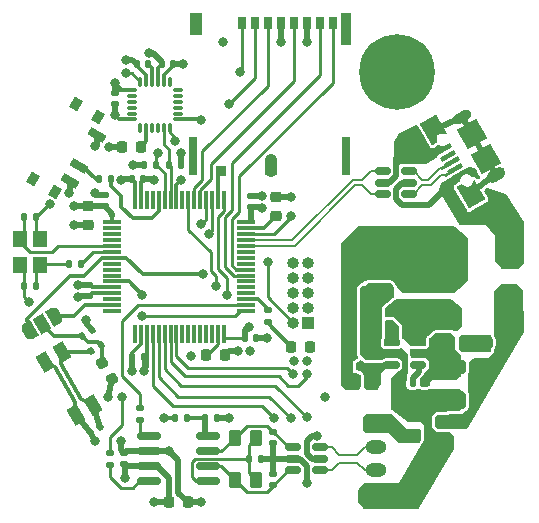
<source format=gbr>
%TF.GenerationSoftware,KiCad,Pcbnew,7.0.5*%
%TF.CreationDate,2023-08-08T00:55:00+02:00*%
%TF.ProjectId,STM32F4_HexGauge_V3,53544d33-3246-4345-9f48-657847617567,rev?*%
%TF.SameCoordinates,Original*%
%TF.FileFunction,Copper,L1,Top*%
%TF.FilePolarity,Positive*%
%FSLAX46Y46*%
G04 Gerber Fmt 4.6, Leading zero omitted, Abs format (unit mm)*
G04 Created by KiCad (PCBNEW 7.0.5) date 2023-08-08 00:55:00*
%MOMM*%
%LPD*%
G01*
G04 APERTURE LIST*
G04 Aperture macros list*
%AMRoundRect*
0 Rectangle with rounded corners*
0 $1 Rounding radius*
0 $2 $3 $4 $5 $6 $7 $8 $9 X,Y pos of 4 corners*
0 Add a 4 corners polygon primitive as box body*
4,1,4,$2,$3,$4,$5,$6,$7,$8,$9,$2,$3,0*
0 Add four circle primitives for the rounded corners*
1,1,$1+$1,$2,$3*
1,1,$1+$1,$4,$5*
1,1,$1+$1,$6,$7*
1,1,$1+$1,$8,$9*
0 Add four rect primitives between the rounded corners*
20,1,$1+$1,$2,$3,$4,$5,0*
20,1,$1+$1,$4,$5,$6,$7,0*
20,1,$1+$1,$6,$7,$8,$9,0*
20,1,$1+$1,$8,$9,$2,$3,0*%
%AMHorizOval*
0 Thick line with rounded ends*
0 $1 width*
0 $2 $3 position (X,Y) of the first rounded end (center of the circle)*
0 $4 $5 position (X,Y) of the second rounded end (center of the circle)*
0 Add line between two ends*
20,1,$1,$2,$3,$4,$5,0*
0 Add two circle primitives to create the rounded ends*
1,1,$1,$2,$3*
1,1,$1,$4,$5*%
%AMRotRect*
0 Rectangle, with rotation*
0 The origin of the aperture is its center*
0 $1 length*
0 $2 width*
0 $3 Rotation angle, in degrees counterclockwise*
0 Add horizontal line*
21,1,$1,$2,0,0,$3*%
%AMFreePoly0*
4,1,9,1.050000,0.350000,0.550000,0.000000,0.550000,-0.400000,0.799999,-0.650000,0.800000,-0.800000,-1.050000,-0.800000,-1.050000,0.800000,1.050000,0.800000,1.050000,0.350000,1.050000,0.350000,$1*%
%AMFreePoly1*
4,1,9,1.050000,-0.800000,-0.800000,-0.800000,-0.800000,-0.650001,-0.550000,-0.400000,-0.550000,0.000000,-1.050000,0.350000,-1.050000,0.800000,1.050000,0.800000,1.050000,-0.800000,1.050000,-0.800000,$1*%
%AMFreePoly2*
4,1,19,0.550000,-0.750000,0.000000,-0.750000,-0.000001,-0.744911,-0.071157,-0.744911,-0.207708,-0.704817,-0.327430,-0.627875,-0.420627,-0.520320,-0.479746,-0.390866,-0.500000,-0.250000,-0.500000,0.250000,-0.479746,0.390866,-0.420627,0.520320,-0.327430,0.627875,-0.207707,0.704816,-0.071157,0.744911,0.000001,0.744911,0.000000,0.750000,0.550000,0.750000,0.550000,-0.750000,0.550000,-0.750000,
$1*%
%AMFreePoly3*
4,1,19,0.000001,0.744911,0.071157,0.744911,0.207708,0.704817,0.327430,0.627875,0.420627,0.520320,0.479746,0.390866,0.500000,0.250000,0.500000,-0.250000,0.479746,-0.390866,0.420627,-0.520320,0.327430,-0.627875,0.207707,-0.704816,0.071157,-0.744911,-0.000001,-0.744911,0.000000,-0.750000,-0.550000,-0.750000,-0.550000,0.750000,0.000000,0.750000,0.000001,0.744911,0.000001,0.744911,
$1*%
G04 Aperture macros list end*
%TA.AperFunction,SMDPad,CuDef*%
%ADD10RotRect,0.400000X1.350000X120.000000*%
%TD*%
%TA.AperFunction,SMDPad,CuDef*%
%ADD11FreePoly0,120.000000*%
%TD*%
%TA.AperFunction,ComponentPad*%
%ADD12HorizOval,1.000000X0.303109X0.175000X-0.303109X-0.175000X0*%
%TD*%
%TA.AperFunction,SMDPad,CuDef*%
%ADD13RotRect,1.900000X1.900000X120.000000*%
%TD*%
%TA.AperFunction,ComponentPad*%
%ADD14HorizOval,0.850000X0.368061X0.212500X-0.368061X-0.212500X0*%
%TD*%
%TA.AperFunction,SMDPad,CuDef*%
%ADD15FreePoly1,120.000000*%
%TD*%
%TA.AperFunction,SMDPad,CuDef*%
%ADD16RoundRect,0.140000X0.140000X0.170000X-0.140000X0.170000X-0.140000X-0.170000X0.140000X-0.170000X0*%
%TD*%
%TA.AperFunction,SMDPad,CuDef*%
%ADD17RoundRect,0.140000X-0.170000X0.140000X-0.170000X-0.140000X0.170000X-0.140000X0.170000X0.140000X0*%
%TD*%
%TA.AperFunction,SMDPad,CuDef*%
%ADD18RoundRect,0.135000X-0.185000X0.135000X-0.185000X-0.135000X0.185000X-0.135000X0.185000X0.135000X0*%
%TD*%
%TA.AperFunction,ComponentPad*%
%ADD19C,0.800000*%
%TD*%
%TA.AperFunction,ComponentPad*%
%ADD20C,6.400000*%
%TD*%
%TA.AperFunction,SMDPad,CuDef*%
%ADD21RoundRect,0.135000X0.024413X0.227715X-0.209413X0.092715X-0.024413X-0.227715X0.209413X-0.092715X0*%
%TD*%
%TA.AperFunction,SMDPad,CuDef*%
%ADD22FreePoly2,30.000000*%
%TD*%
%TA.AperFunction,SMDPad,CuDef*%
%ADD23RotRect,1.000000X1.500000X30.000000*%
%TD*%
%TA.AperFunction,SMDPad,CuDef*%
%ADD24FreePoly3,30.000000*%
%TD*%
%TA.AperFunction,SMDPad,CuDef*%
%ADD25RoundRect,0.135000X-0.135000X-0.185000X0.135000X-0.185000X0.135000X0.185000X-0.135000X0.185000X0*%
%TD*%
%TA.AperFunction,ComponentPad*%
%ADD26RoundRect,0.250000X-0.650000X0.350000X-0.650000X-0.350000X0.650000X-0.350000X0.650000X0.350000X0*%
%TD*%
%TA.AperFunction,ComponentPad*%
%ADD27O,1.800000X1.200000*%
%TD*%
%TA.AperFunction,SMDPad,CuDef*%
%ADD28RoundRect,0.135000X0.185000X-0.135000X0.185000X0.135000X-0.185000X0.135000X-0.185000X-0.135000X0*%
%TD*%
%TA.AperFunction,SMDPad,CuDef*%
%ADD29RoundRect,0.140000X0.170000X-0.140000X0.170000X0.140000X-0.170000X0.140000X-0.170000X-0.140000X0*%
%TD*%
%TA.AperFunction,SMDPad,CuDef*%
%ADD30RoundRect,0.250000X-1.100000X0.325000X-1.100000X-0.325000X1.100000X-0.325000X1.100000X0.325000X0*%
%TD*%
%TA.AperFunction,SMDPad,CuDef*%
%ADD31R,1.200000X1.400000*%
%TD*%
%TA.AperFunction,SMDPad,CuDef*%
%ADD32RoundRect,0.218750X0.218750X0.256250X-0.218750X0.256250X-0.218750X-0.256250X0.218750X-0.256250X0*%
%TD*%
%TA.AperFunction,SMDPad,CuDef*%
%ADD33RoundRect,0.250000X0.262500X0.450000X-0.262500X0.450000X-0.262500X-0.450000X0.262500X-0.450000X0*%
%TD*%
%TA.AperFunction,SMDPad,CuDef*%
%ADD34RoundRect,0.225000X0.375000X-0.225000X0.375000X0.225000X-0.375000X0.225000X-0.375000X-0.225000X0*%
%TD*%
%TA.AperFunction,SMDPad,CuDef*%
%ADD35RoundRect,0.218750X0.381250X-0.218750X0.381250X0.218750X-0.381250X0.218750X-0.381250X-0.218750X0*%
%TD*%
%TA.AperFunction,SMDPad,CuDef*%
%ADD36RoundRect,0.225000X-0.250000X0.225000X-0.250000X-0.225000X0.250000X-0.225000X0.250000X0.225000X0*%
%TD*%
%TA.AperFunction,ComponentPad*%
%ADD37R,1.000000X1.000000*%
%TD*%
%TA.AperFunction,ComponentPad*%
%ADD38O,1.000000X1.000000*%
%TD*%
%TA.AperFunction,SMDPad,CuDef*%
%ADD39RoundRect,0.140000X-0.140000X-0.170000X0.140000X-0.170000X0.140000X0.170000X-0.140000X0.170000X0*%
%TD*%
%TA.AperFunction,SMDPad,CuDef*%
%ADD40RoundRect,0.150000X-0.512500X-0.150000X0.512500X-0.150000X0.512500X0.150000X-0.512500X0.150000X0*%
%TD*%
%TA.AperFunction,SMDPad,CuDef*%
%ADD41RoundRect,0.150000X-0.825000X-0.150000X0.825000X-0.150000X0.825000X0.150000X-0.825000X0.150000X0*%
%TD*%
%TA.AperFunction,SMDPad,CuDef*%
%ADD42RotRect,1.550000X1.000000X300.000000*%
%TD*%
%TA.AperFunction,SMDPad,CuDef*%
%ADD43RoundRect,0.225000X-0.329006X0.069856X-0.104006X-0.319856X0.329006X-0.069856X0.104006X0.319856X0*%
%TD*%
%TA.AperFunction,SMDPad,CuDef*%
%ADD44RoundRect,0.225000X0.225000X0.250000X-0.225000X0.250000X-0.225000X-0.250000X0.225000X-0.250000X0*%
%TD*%
%TA.AperFunction,SMDPad,CuDef*%
%ADD45RotRect,1.000000X0.800000X240.000000*%
%TD*%
%TA.AperFunction,SMDPad,CuDef*%
%ADD46RotRect,0.700000X1.500000X240.000000*%
%TD*%
%TA.AperFunction,SMDPad,CuDef*%
%ADD47RoundRect,0.140000X0.036244X0.217224X-0.206244X0.077224X-0.036244X-0.217224X0.206244X-0.077224X0*%
%TD*%
%TA.AperFunction,SMDPad,CuDef*%
%ADD48RoundRect,0.075000X0.350000X0.075000X-0.350000X0.075000X-0.350000X-0.075000X0.350000X-0.075000X0*%
%TD*%
%TA.AperFunction,SMDPad,CuDef*%
%ADD49RoundRect,0.075000X-0.075000X0.350000X-0.075000X-0.350000X0.075000X-0.350000X0.075000X0.350000X0*%
%TD*%
%TA.AperFunction,SMDPad,CuDef*%
%ADD50RoundRect,0.075000X-0.700000X-0.075000X0.700000X-0.075000X0.700000X0.075000X-0.700000X0.075000X0*%
%TD*%
%TA.AperFunction,SMDPad,CuDef*%
%ADD51RoundRect,0.075000X-0.075000X-0.700000X0.075000X-0.700000X0.075000X0.700000X-0.075000X0.700000X0*%
%TD*%
%TA.AperFunction,SMDPad,CuDef*%
%ADD52R,0.700000X1.100000*%
%TD*%
%TA.AperFunction,SMDPad,CuDef*%
%ADD53R,0.900000X0.930000*%
%TD*%
%TA.AperFunction,SMDPad,CuDef*%
%ADD54R,1.050000X0.780000*%
%TD*%
%TA.AperFunction,SMDPad,CuDef*%
%ADD55R,0.700000X3.330000*%
%TD*%
%TA.AperFunction,SMDPad,CuDef*%
%ADD56R,0.860000X2.800000*%
%TD*%
%TA.AperFunction,SMDPad,CuDef*%
%ADD57R,1.140000X1.830000*%
%TD*%
%TA.AperFunction,SMDPad,CuDef*%
%ADD58RoundRect,0.135000X0.135000X0.185000X-0.135000X0.185000X-0.135000X-0.185000X0.135000X-0.185000X0*%
%TD*%
%TA.AperFunction,SMDPad,CuDef*%
%ADD59RoundRect,0.225000X-0.225000X-0.250000X0.225000X-0.250000X0.225000X0.250000X-0.225000X0.250000X0*%
%TD*%
%TA.AperFunction,SMDPad,CuDef*%
%ADD60R,2.200000X1.500000*%
%TD*%
%TA.AperFunction,SMDPad,CuDef*%
%ADD61R,1.220000X0.650000*%
%TD*%
%TA.AperFunction,SMDPad,CuDef*%
%ADD62RoundRect,0.225000X0.250000X-0.225000X0.250000X0.225000X-0.250000X0.225000X-0.250000X-0.225000X0*%
%TD*%
%TA.AperFunction,SMDPad,CuDef*%
%ADD63RoundRect,0.200000X-0.200000X-0.275000X0.200000X-0.275000X0.200000X0.275000X-0.200000X0.275000X0*%
%TD*%
%TA.AperFunction,SMDPad,CuDef*%
%ADD64RoundRect,0.218750X0.218750X0.381250X-0.218750X0.381250X-0.218750X-0.381250X0.218750X-0.381250X0*%
%TD*%
%TA.AperFunction,SMDPad,CuDef*%
%ADD65RoundRect,0.250000X-0.262500X-0.450000X0.262500X-0.450000X0.262500X0.450000X-0.262500X0.450000X0*%
%TD*%
%TA.AperFunction,ViaPad*%
%ADD66C,0.800000*%
%TD*%
%TA.AperFunction,Conductor*%
%ADD67C,0.500000*%
%TD*%
%TA.AperFunction,Conductor*%
%ADD68C,0.300000*%
%TD*%
%TA.AperFunction,Conductor*%
%ADD69C,0.250000*%
%TD*%
%TA.AperFunction,Conductor*%
%ADD70C,1.000000*%
%TD*%
%TA.AperFunction,Conductor*%
%ADD71C,0.200000*%
%TD*%
%TA.AperFunction,Conductor*%
%ADD72C,0.203200*%
%TD*%
G04 APERTURE END LIST*
D10*
%TO.P,J1,1,VBUS*%
%TO.N,VBUS*%
X137941382Y-76100103D03*
%TO.P,J1,2,D-*%
%TO.N,/Connectors/D-*%
X137616382Y-75537187D03*
%TO.P,J1,3,D+*%
%TO.N,/Connectors/D+*%
X137291382Y-74974270D03*
%TO.P,J1,4,ID*%
%TO.N,unconnected-(J1-ID-Pad4)*%
X136966382Y-74411353D03*
%TO.P,J1,5,GND*%
%TO.N,GND*%
X136641382Y-73848437D03*
D11*
%TO.P,J1,6,Shield*%
%TO.N,unconnected-(J1-Shield-Pad6)*%
X138949635Y-77596449D03*
D12*
X141020500Y-76083292D03*
D13*
X140208000Y-74676000D03*
X139008000Y-72597540D03*
D14*
X138195500Y-71190248D03*
D15*
X135849635Y-72227091D03*
%TD*%
D16*
%TO.P,C19,1*%
%TO.N,+3V3*%
X113700000Y-66675000D03*
%TO.P,C19,2*%
%TO.N,GND*%
X112740000Y-66675000D03*
%TD*%
D17*
%TO.P,C21,1*%
%TO.N,/Sensors/CAN+*%
X122189000Y-97818000D03*
%TO.P,C21,2*%
%TO.N,GND*%
X122189000Y-98778000D03*
%TD*%
D18*
%TO.P,R14,1*%
%TO.N,CAN_RX*%
X108400000Y-99590000D03*
%TO.P,R14,2*%
%TO.N,Net-(U3-R)*%
X108400000Y-100610000D03*
%TD*%
D19*
%TO.P,H2,1*%
%TO.N,N/C*%
X130270000Y-67320000D03*
X130972944Y-65622944D03*
X130972944Y-69017056D03*
X132670000Y-64920000D03*
D20*
X132670000Y-67320000D03*
D19*
X132670000Y-69720000D03*
X134367056Y-65622944D03*
X134367056Y-69017056D03*
X135070000Y-67320000D03*
%TD*%
D21*
%TO.P,R1,1*%
%TO.N,+3V3*%
X106867673Y-89153000D03*
%TO.P,R1,2*%
%TO.N,Net-(JP1-C)*%
X105984327Y-89663000D03*
%TD*%
D22*
%TO.P,JP1,1,A*%
%TO.N,NRST*%
X101490167Y-89296000D03*
D23*
%TO.P,JP1,2,C*%
%TO.N,Net-(JP1-C)*%
X102616000Y-88646000D03*
D24*
%TO.P,JP1,3,B*%
%TO.N,BTN*%
X103741833Y-87996000D03*
%TD*%
D25*
%TO.P,R4,1*%
%TO.N,/MCU/XTAL_IN*%
X104900000Y-83570000D03*
%TO.P,R4,2*%
%TO.N,/MCU/HSE_OUT*%
X105920000Y-83570000D03*
%TD*%
D26*
%TO.P,J4,1,Pin_1*%
%TO.N,+12V*%
X130881000Y-97076000D03*
D27*
%TO.P,J4,2,Pin_2*%
%TO.N,CAN_CONN+*%
X130881000Y-99076000D03*
%TO.P,J4,3,Pin_3*%
%TO.N,CAN_CONN-*%
X130881000Y-101076000D03*
%TO.P,J4,4,Pin_4*%
%TO.N,GND*%
X130881000Y-103076000D03*
%TD*%
D25*
%TO.P,R16,1*%
%TO.N,CAN_SC*%
X113910000Y-96647000D03*
%TO.P,R16,2*%
%TO.N,/Sensors/CAN_RS*%
X114930000Y-96647000D03*
%TD*%
D28*
%TO.P,R5,1*%
%TO.N,Net-(D1-A)*%
X121720000Y-88530000D03*
%TO.P,R5,2*%
%TO.N,/MCU/DEBUG_LED*%
X121720000Y-87510000D03*
%TD*%
D29*
%TO.P,C14,1*%
%TO.N,/PMU/BUCK_BST*%
X132080000Y-88618000D03*
%TO.P,C14,2*%
%TO.N,/PMU/BUCK_OUT*%
X132080000Y-87658000D03*
%TD*%
D30*
%TO.P,C15,1*%
%TO.N,+3V3*%
X130920000Y-83095000D03*
%TO.P,C15,2*%
%TO.N,GND*%
X130920000Y-86045000D03*
%TD*%
D21*
%TO.P,R3,1*%
%TO.N,Net-(JP1-C)*%
X107629673Y-90423000D03*
%TO.P,R3,2*%
%TO.N,Net-(C9-Pad1)*%
X106746327Y-90933000D03*
%TD*%
D31*
%TO.P,Y1,1,1*%
%TO.N,/MCU/XTAL_IN*%
X102450000Y-83650000D03*
%TO.P,Y1,2,2*%
%TO.N,GND*%
X102450000Y-81450000D03*
%TO.P,Y1,3,3*%
%TO.N,/MCU/HSE_IN*%
X100750000Y-81450000D03*
%TO.P,Y1,4,4*%
%TO.N,GND*%
X100750000Y-83650000D03*
%TD*%
D32*
%TO.P,D1,1,K*%
%TO.N,GND*%
X125307500Y-90620000D03*
%TO.P,D1,2,A*%
%TO.N,Net-(D1-A)*%
X123732500Y-90620000D03*
%TD*%
D33*
%TO.P,R13,1*%
%TO.N,/Sensors/VREF*%
X120753500Y-98298000D03*
%TO.P,R13,2*%
%TO.N,/Sensors/CAN+*%
X118928500Y-98298000D03*
%TD*%
D34*
%TO.P,D2,1,K*%
%TO.N,/PMU/POST_POL*%
X142170000Y-86220000D03*
%TO.P,D2,2,A*%
%TO.N,VBUS*%
X142170000Y-82920000D03*
%TD*%
D35*
%TO.P,F1,1*%
%TO.N,/PMU/POST_POL*%
X140170000Y-92382500D03*
%TO.P,F1,2*%
%TO.N,/PMU/POST_FUSE*%
X140170000Y-90257500D03*
%TD*%
D36*
%TO.P,C1,1*%
%TO.N,+3V3*%
X106476800Y-78727000D03*
%TO.P,C1,2*%
%TO.N,GND*%
X106476800Y-80277000D03*
%TD*%
D37*
%TO.P,J5,1,Pin_1*%
%TO.N,+3V3*%
X125145000Y-88570000D03*
D38*
%TO.P,J5,2,Pin_2*%
%TO.N,SWDIO*%
X123875000Y-88570000D03*
%TO.P,J5,3,Pin_3*%
%TO.N,GND*%
X125145000Y-87300000D03*
%TO.P,J5,4,Pin_4*%
%TO.N,SWCLK*%
X123875000Y-87300000D03*
%TO.P,J5,5,Pin_5*%
%TO.N,GND*%
X125145000Y-86030000D03*
%TO.P,J5,6,Pin_6*%
%TO.N,SWO*%
X123875000Y-86030000D03*
%TO.P,J5,7,Pin_7*%
%TO.N,unconnected-(J5-Pin_7-Pad7)*%
X125145000Y-84760000D03*
%TO.P,J5,8,Pin_8*%
%TO.N,unconnected-(J5-Pin_8-Pad8)*%
X123875000Y-84760000D03*
%TO.P,J5,9,Pin_9*%
%TO.N,GND*%
X125145000Y-83490000D03*
%TO.P,J5,10,Pin_10*%
%TO.N,NRST*%
X123875000Y-83490000D03*
%TD*%
D16*
%TO.P,C11,1*%
%TO.N,/MCU/XTAL_IN*%
X102080000Y-85420000D03*
%TO.P,C11,2*%
%TO.N,GND*%
X101120000Y-85420000D03*
%TD*%
D39*
%TO.P,C10,1*%
%TO.N,/MCU/HSE_IN*%
X101120000Y-79620000D03*
%TO.P,C10,2*%
%TO.N,GND*%
X102080000Y-79620000D03*
%TD*%
D17*
%TO.P,C23,1*%
%TO.N,GND*%
X122174000Y-101374000D03*
%TO.P,C23,2*%
%TO.N,/Sensors/CAN-*%
X122174000Y-102334000D03*
%TD*%
D40*
%TO.P,U4,1*%
%TO.N,/Sensors/CAN+*%
X123910500Y-99126000D03*
%TO.P,U4,2*%
%TO.N,GND*%
X123910500Y-100076000D03*
%TO.P,U4,3*%
%TO.N,/Sensors/CAN-*%
X123910500Y-101026000D03*
%TO.P,U4,4*%
%TO.N,CAN_CONN-*%
X126185500Y-101026000D03*
%TO.P,U4,5*%
%TO.N,+3V3*%
X126185500Y-100076000D03*
%TO.P,U4,6*%
%TO.N,CAN_CONN+*%
X126185500Y-99126000D03*
%TD*%
D39*
%TO.P,C5,1*%
%TO.N,+3V3*%
X119820000Y-89900000D03*
%TO.P,C5,2*%
%TO.N,GND*%
X120780000Y-89900000D03*
%TD*%
D41*
%TO.P,U3,1,D*%
%TO.N,Net-(U3-D)*%
X111698000Y-98171000D03*
%TO.P,U3,2,GND*%
%TO.N,GND*%
X111698000Y-99441000D03*
%TO.P,U3,3,VCC*%
%TO.N,+3V3*%
X111698000Y-100711000D03*
%TO.P,U3,4,R*%
%TO.N,Net-(U3-R)*%
X111698000Y-101981000D03*
%TO.P,U3,5,Vref*%
%TO.N,/Sensors/VREF*%
X116648000Y-101981000D03*
%TO.P,U3,6,CANL*%
%TO.N,/Sensors/CAN-*%
X116648000Y-100711000D03*
%TO.P,U3,7,CANH*%
%TO.N,/Sensors/CAN+*%
X116648000Y-99441000D03*
%TO.P,U3,8,Rs*%
%TO.N,/Sensors/CAN_RS*%
X116648000Y-98171000D03*
%TD*%
D25*
%TO.P,R2,1*%
%TO.N,Net-(SW2-B)*%
X107440000Y-76420000D03*
%TO.P,R2,2*%
%TO.N,/MCU/BOOT0*%
X108460000Y-76420000D03*
%TD*%
D40*
%TO.P,U2,1,BST*%
%TO.N,/PMU/BUCK_BST*%
X132212500Y-90236000D03*
%TO.P,U2,2,GND*%
%TO.N,GND*%
X132212500Y-91186000D03*
%TO.P,U2,3,FB*%
%TO.N,/PMU/BUCK_FB*%
X132212500Y-92136000D03*
%TO.P,U2,4,EN*%
%TO.N,/PMU/BUCK_EN*%
X134487500Y-92136000D03*
%TO.P,U2,5,IN*%
%TO.N,/PMU/BUCK_IN*%
X134487500Y-91186000D03*
%TO.P,U2,6,SW*%
%TO.N,/PMU/BUCK_OUT*%
X134487500Y-90236000D03*
%TD*%
D42*
%TO.P,SW1,1,1*%
%TO.N,GND*%
X105478378Y-96420317D03*
X102853378Y-91873683D03*
%TO.P,SW1,2,2*%
%TO.N,Net-(C9-Pad1)*%
X106950622Y-95570317D03*
X104325622Y-91023683D03*
%TD*%
D43*
%TO.P,C8,1*%
%TO.N,Net-(JP1-C)*%
X107732500Y-91948830D03*
%TO.P,C8,2*%
%TO.N,GND*%
X108507500Y-93291170D03*
%TD*%
D44*
%TO.P,C26,1*%
%TO.N,Net-(U5-CPOUT)*%
X110960200Y-73660000D03*
%TO.P,C26,2*%
%TO.N,GND*%
X109410200Y-73660000D03*
%TD*%
D29*
%TO.P,C7,1*%
%TO.N,+3V3*%
X106620000Y-86300000D03*
%TO.P,C7,2*%
%TO.N,GND*%
X106620000Y-85340000D03*
%TD*%
D39*
%TO.P,C22,1*%
%TO.N,/Sensors/VREF*%
X120170000Y-100076000D03*
%TO.P,C22,2*%
%TO.N,GND*%
X121130000Y-100076000D03*
%TD*%
%TO.P,C24,1*%
%TO.N,/Sensors/CAN_RS*%
X116440000Y-96647000D03*
%TO.P,C24,2*%
%TO.N,GND*%
X117400000Y-96647000D03*
%TD*%
D45*
%TO.P,SW2,*%
%TO.N,*%
X107402500Y-71143007D03*
X105488584Y-70038007D03*
X103752500Y-77464993D03*
X101838584Y-76359993D03*
D46*
%TO.P,SW2,1,A*%
%TO.N,+3V3*%
X107265416Y-72680443D03*
%TO.P,SW2,2,B*%
%TO.N,Net-(SW2-B)*%
X105765416Y-75278519D03*
%TO.P,SW2,3,C*%
%TO.N,GND*%
X105015416Y-76577557D03*
%TD*%
D29*
%TO.P,C18,1*%
%TO.N,+3V3*%
X109601000Y-100556000D03*
%TO.P,C18,2*%
%TO.N,GND*%
X109601000Y-99596000D03*
%TD*%
%TO.P,C6,1*%
%TO.N,+3V3*%
X120296000Y-78800000D03*
%TO.P,C6,2*%
%TO.N,GND*%
X120296000Y-77840000D03*
%TD*%
D47*
%TO.P,C9,1*%
%TO.N,Net-(C9-Pad1)*%
X107535692Y-97380000D03*
%TO.P,C9,2*%
%TO.N,GND*%
X106704308Y-97860000D03*
%TD*%
D48*
%TO.P,U5,1,CLKIN*%
%TO.N,GND*%
X114120000Y-71354000D03*
%TO.P,U5,2,NC*%
%TO.N,unconnected-(U5-NC-Pad2)*%
X114120000Y-70854000D03*
%TO.P,U5,3,NC*%
%TO.N,unconnected-(U5-NC-Pad3)*%
X114120000Y-70354000D03*
%TO.P,U5,4,NC*%
%TO.N,unconnected-(U5-NC-Pad4)*%
X114120000Y-69854000D03*
%TO.P,U5,5,NC*%
%TO.N,unconnected-(U5-NC-Pad5)*%
X114120000Y-69354000D03*
%TO.P,U5,6,AUX_DA*%
%TO.N,unconnected-(U5-AUX_DA-Pad6)*%
X114120000Y-68854000D03*
D49*
%TO.P,U5,7,AUX_CL*%
%TO.N,unconnected-(U5-AUX_CL-Pad7)*%
X113420000Y-68154000D03*
%TO.P,U5,8,VLOGIC*%
%TO.N,+3V3*%
X112920000Y-68154000D03*
%TO.P,U5,9,AD0*%
%TO.N,GND*%
X112420000Y-68154000D03*
%TO.P,U5,10,REGOUT*%
%TO.N,Net-(U5-REGOUT)*%
X111920000Y-68154000D03*
%TO.P,U5,11,FSYNC*%
%TO.N,GND*%
X111420000Y-68154000D03*
%TO.P,U5,12,INT*%
%TO.N,IMU_INT*%
X110920000Y-68154000D03*
D48*
%TO.P,U5,13,VDD*%
%TO.N,+3V3*%
X110220000Y-68854000D03*
%TO.P,U5,14,NC*%
%TO.N,unconnected-(U5-NC-Pad14)*%
X110220000Y-69354000D03*
%TO.P,U5,15,NC*%
%TO.N,unconnected-(U5-NC-Pad15)*%
X110220000Y-69854000D03*
%TO.P,U5,16,NC*%
%TO.N,unconnected-(U5-NC-Pad16)*%
X110220000Y-70354000D03*
%TO.P,U5,17,NC*%
%TO.N,unconnected-(U5-NC-Pad17)*%
X110220000Y-70854000D03*
%TO.P,U5,18,GND*%
%TO.N,GND*%
X110220000Y-71354000D03*
D49*
%TO.P,U5,19,RESV*%
%TO.N,unconnected-(U5-RESV-Pad19)*%
X110920000Y-72054000D03*
%TO.P,U5,20,CPOUT*%
%TO.N,Net-(U5-CPOUT)*%
X111420000Y-72054000D03*
%TO.P,U5,21,RESV*%
%TO.N,unconnected-(U5-RESV-Pad21)*%
X111920000Y-72054000D03*
%TO.P,U5,22,RESV*%
%TO.N,unconnected-(U5-RESV-Pad22)*%
X112420000Y-72054000D03*
%TO.P,U5,23,SCL*%
%TO.N,IMU_SCL*%
X112920000Y-72054000D03*
%TO.P,U5,24,SDA*%
%TO.N,IMU_SDA*%
X113420000Y-72054000D03*
%TD*%
D50*
%TO.P,U1,1,VBAT*%
%TO.N,+3V3*%
X108574200Y-80070000D03*
%TO.P,U1,2,PC13*%
%TO.N,unconnected-(U1-PC13-Pad2)*%
X108574200Y-80570000D03*
%TO.P,U1,3,PC14*%
%TO.N,unconnected-(U1-PC14-Pad3)*%
X108574200Y-81070000D03*
%TO.P,U1,4,PC15*%
%TO.N,unconnected-(U1-PC15-Pad4)*%
X108574200Y-81570000D03*
%TO.P,U1,5,PH0*%
%TO.N,/MCU/HSE_IN*%
X108574200Y-82070000D03*
%TO.P,U1,6,PH1*%
%TO.N,/MCU/HSE_OUT*%
X108574200Y-82570000D03*
%TO.P,U1,7,NRST*%
%TO.N,NRST*%
X108574200Y-83070000D03*
%TO.P,U1,8,PC0*%
%TO.N,unconnected-(U1-PC0-Pad8)*%
X108574200Y-83570000D03*
%TO.P,U1,9,PC1*%
%TO.N,unconnected-(U1-PC1-Pad9)*%
X108574200Y-84070000D03*
%TO.P,U1,10,PC2*%
%TO.N,unconnected-(U1-PC2-Pad10)*%
X108574200Y-84570000D03*
%TO.P,U1,11,PC3*%
%TO.N,CAN_SC*%
X108574200Y-85070000D03*
%TO.P,U1,12,VSSA*%
%TO.N,GND*%
X108574200Y-85570000D03*
%TO.P,U1,13,VDDA*%
%TO.N,+3V3*%
X108574200Y-86070000D03*
%TO.P,U1,14,PA0*%
%TO.N,unconnected-(U1-PA0-Pad14)*%
X108574200Y-86570000D03*
%TO.P,U1,15,PA1*%
%TO.N,BTN*%
X108574200Y-87070000D03*
%TO.P,U1,16,PA2*%
%TO.N,unconnected-(U1-PA2-Pad16)*%
X108574200Y-87570000D03*
D51*
%TO.P,U1,17,PA3*%
%TO.N,unconnected-(U1-PA3-Pad17)*%
X110499200Y-89495000D03*
%TO.P,U1,18,VSS*%
%TO.N,GND*%
X110999200Y-89495000D03*
%TO.P,U1,19,VDD*%
%TO.N,+3V3*%
X111499200Y-89495000D03*
%TO.P,U1,20,PA4*%
%TO.N,TFT_DC*%
X111999200Y-89495000D03*
%TO.P,U1,21,PA5*%
%TO.N,TFT_SCK*%
X112499200Y-89495000D03*
%TO.P,U1,22,PA6*%
%TO.N,TFT_RST*%
X112999200Y-89495000D03*
%TO.P,U1,23,PA7*%
%TO.N,TFT_MOSI*%
X113499200Y-89495000D03*
%TO.P,U1,24,PC4*%
%TO.N,TFT_CS*%
X113999200Y-89495000D03*
%TO.P,U1,25,PC5*%
%TO.N,unconnected-(U1-PC5-Pad25)*%
X114499200Y-89495000D03*
%TO.P,U1,26,PB0*%
%TO.N,unconnected-(U1-PB0-Pad26)*%
X114999200Y-89495000D03*
%TO.P,U1,27,PB1*%
%TO.N,unconnected-(U1-PB1-Pad27)*%
X115499200Y-89495000D03*
%TO.P,U1,28,PB2*%
%TO.N,unconnected-(U1-PB2-Pad28)*%
X115999200Y-89495000D03*
%TO.P,U1,29,PB10*%
%TO.N,unconnected-(U1-PB10-Pad29)*%
X116499200Y-89495000D03*
%TO.P,U1,30,PB11*%
%TO.N,unconnected-(U1-PB11-Pad30)*%
X116999200Y-89495000D03*
%TO.P,U1,31,VCAP_1*%
%TO.N,/MCU/VCAP_1*%
X117499200Y-89495000D03*
%TO.P,U1,32,VDD*%
%TO.N,+3V3*%
X117999200Y-89495000D03*
D50*
%TO.P,U1,33,PB12*%
%TO.N,CAN_RX*%
X119924200Y-87570000D03*
%TO.P,U1,34,PB13*%
%TO.N,CAN_TX*%
X119924200Y-87070000D03*
%TO.P,U1,35,PB14*%
%TO.N,/MCU/DEBUG_LED*%
X119924200Y-86570000D03*
%TO.P,U1,36,PB15*%
%TO.N,unconnected-(U1-PB15-Pad36)*%
X119924200Y-86070000D03*
%TO.P,U1,37,PC6*%
%TO.N,unconnected-(U1-PC6-Pad37)*%
X119924200Y-85570000D03*
%TO.P,U1,38,PC7*%
%TO.N,unconnected-(U1-PC7-Pad38)*%
X119924200Y-85070000D03*
%TO.P,U1,39,PC8*%
%TO.N,SD_DAT0*%
X119924200Y-84570000D03*
%TO.P,U1,40,PC9*%
%TO.N,SD_DAT1*%
X119924200Y-84070000D03*
%TO.P,U1,41,PA8*%
%TO.N,unconnected-(U1-PA8-Pad41)*%
X119924200Y-83570000D03*
%TO.P,U1,42,PA9*%
%TO.N,unconnected-(U1-PA9-Pad42)*%
X119924200Y-83070000D03*
%TO.P,U1,43,PA10*%
%TO.N,unconnected-(U1-PA10-Pad43)*%
X119924200Y-82570000D03*
%TO.P,U1,44,PA11*%
%TO.N,USB_D-*%
X119924200Y-82070000D03*
%TO.P,U1,45,PA12*%
%TO.N,USB_D+*%
X119924200Y-81570000D03*
%TO.P,U1,46,PA13*%
%TO.N,SWDIO*%
X119924200Y-81070000D03*
%TO.P,U1,47,VCAP_2*%
%TO.N,/MCU/VCAP_2*%
X119924200Y-80570000D03*
%TO.P,U1,48,VDD*%
%TO.N,+3V3*%
X119924200Y-80070000D03*
D51*
%TO.P,U1,49,PA14*%
%TO.N,SWCLK*%
X117999200Y-78145000D03*
%TO.P,U1,50,PA15*%
%TO.N,SD_DET*%
X117499200Y-78145000D03*
%TO.P,U1,51,PC10*%
%TO.N,SD_DAT2*%
X116999200Y-78145000D03*
%TO.P,U1,52,PC11*%
%TO.N,SD_DAT3*%
X116499200Y-78145000D03*
%TO.P,U1,53,PC12*%
%TO.N,SD_CLK*%
X115999200Y-78145000D03*
%TO.P,U1,54,PD2*%
%TO.N,SD_CMD*%
X115499200Y-78145000D03*
%TO.P,U1,55,PB3*%
%TO.N,SWO*%
X114999200Y-78145000D03*
%TO.P,U1,56,PB4*%
%TO.N,unconnected-(U1-PB4-Pad56)*%
X114499200Y-78145000D03*
%TO.P,U1,57,PB5*%
%TO.N,IMU_INT*%
X113999200Y-78145000D03*
%TO.P,U1,58,PB6*%
%TO.N,IMU_SCL*%
X113499200Y-78145000D03*
%TO.P,U1,59,PB7*%
%TO.N,IMU_SDA*%
X112999200Y-78145000D03*
%TO.P,U1,60,BOOT0*%
%TO.N,/MCU/BOOT0*%
X112499200Y-78145000D03*
%TO.P,U1,61,PB8*%
%TO.N,unconnected-(U1-PB8-Pad61)*%
X111999200Y-78145000D03*
%TO.P,U1,62,PB9*%
%TO.N,unconnected-(U1-PB9-Pad62)*%
X111499200Y-78145000D03*
%TO.P,U1,63,VSS*%
%TO.N,GND*%
X110999200Y-78145000D03*
%TO.P,U1,64,VDD*%
%TO.N,+3V3*%
X110499200Y-78145000D03*
%TD*%
D52*
%TO.P,J3,1,DAT2*%
%TO.N,SD_DAT2*%
X119540000Y-63220000D03*
%TO.P,J3,2,DAT3/CD*%
%TO.N,SD_DAT3*%
X120640000Y-63220000D03*
%TO.P,J3,3,CMD*%
%TO.N,SD_CMD*%
X121740000Y-63220000D03*
%TO.P,J3,4,VDD*%
%TO.N,+3V3*%
X122840000Y-63220000D03*
%TO.P,J3,5,CLK*%
%TO.N,SD_CLK*%
X123940000Y-63220000D03*
%TO.P,J3,6,VSS*%
%TO.N,GND*%
X125040000Y-63220000D03*
%TO.P,J3,7,DAT0*%
%TO.N,SD_DAT0*%
X126140000Y-63220000D03*
%TO.P,J3,8,DAT1*%
%TO.N,SD_DAT1*%
X127240000Y-63220000D03*
D53*
%TO.P,J3,9,DET*%
%TO.N,SD_DET*%
X117750000Y-75685000D03*
D54*
%TO.P,J3,10,SHIELD*%
%TO.N,GND*%
X122015000Y-75760000D03*
D55*
%TO.P,J3,11*%
%TO.N,N/C*%
X128400000Y-74485000D03*
D56*
%TO.P,J3,12*%
X128320000Y-63720000D03*
D57*
%TO.P,J3,13*%
X115660000Y-63235000D03*
D55*
%TO.P,J3,14*%
X115440000Y-74485000D03*
%TD*%
D30*
%TO.P,C16,1*%
%TO.N,/PMU/BUCK_IN*%
X137170000Y-92345000D03*
%TO.P,C16,2*%
%TO.N,GND*%
X137170000Y-95295000D03*
%TD*%
D58*
%TO.P,R7,1*%
%TO.N,IMU_SDA*%
X112270000Y-75184000D03*
%TO.P,R7,2*%
%TO.N,+3V3*%
X111250000Y-75184000D03*
%TD*%
D25*
%TO.P,R6,1*%
%TO.N,IMU_SCL*%
X113409000Y-75184000D03*
%TO.P,R6,2*%
%TO.N,+3V3*%
X114429000Y-75184000D03*
%TD*%
D59*
%TO.P,C17,1*%
%TO.N,+3V3*%
X113398000Y-103759000D03*
%TO.P,C17,2*%
%TO.N,GND*%
X114948000Y-103759000D03*
%TD*%
D18*
%TO.P,R12,1*%
%TO.N,CAN_TX*%
X110920000Y-95790000D03*
%TO.P,R12,2*%
%TO.N,Net-(U3-D)*%
X110920000Y-96810000D03*
%TD*%
D60*
%TO.P,L1,1,1*%
%TO.N,/PMU/BUCK_OUT*%
X136652000Y-88036000D03*
%TO.P,L1,2,2*%
%TO.N,+3V3*%
X136652000Y-81636000D03*
%TD*%
D16*
%TO.P,C25,1*%
%TO.N,Net-(U5-REGOUT)*%
X111600000Y-66675000D03*
%TO.P,C25,2*%
%TO.N,GND*%
X110640000Y-66675000D03*
%TD*%
D61*
%TO.P,Q1,1,G*%
%TO.N,GND*%
X136710000Y-99020000D03*
%TO.P,Q1,2,S*%
%TO.N,/PMU/POST_POL*%
X136710000Y-97120000D03*
%TO.P,Q1,3,D*%
%TO.N,+12V*%
X134090000Y-98070000D03*
%TD*%
D39*
%TO.P,C3,1*%
%TO.N,+3V3*%
X110240000Y-76420000D03*
%TO.P,C3,2*%
%TO.N,GND*%
X111200000Y-76420000D03*
%TD*%
D62*
%TO.P,C13,1*%
%TO.N,/MCU/VCAP_2*%
X122428000Y-79515000D03*
%TO.P,C13,2*%
%TO.N,GND*%
X122428000Y-77965000D03*
%TD*%
D28*
%TO.P,R11,1*%
%TO.N,/PMU/BUCK_FB*%
X130556000Y-92204000D03*
%TO.P,R11,2*%
%TO.N,GND*%
X130556000Y-91184000D03*
%TD*%
D40*
%TO.P,U6,1*%
%TO.N,USB_D+*%
X131450500Y-75758000D03*
%TO.P,U6,2*%
%TO.N,GND*%
X131450500Y-76708000D03*
%TO.P,U6,3*%
%TO.N,USB_D-*%
X131450500Y-77658000D03*
%TO.P,U6,4*%
%TO.N,/Connectors/D-*%
X133725500Y-77658000D03*
%TO.P,U6,5*%
%TO.N,VBUS*%
X133725500Y-76708000D03*
%TO.P,U6,6*%
%TO.N,/Connectors/D+*%
X133725500Y-75758000D03*
%TD*%
D58*
%TO.P,R10,1*%
%TO.N,/PMU/BUCK_IN*%
X135010000Y-93700000D03*
%TO.P,R10,2*%
%TO.N,/PMU/BUCK_EN*%
X133990000Y-93700000D03*
%TD*%
D29*
%TO.P,C2,1*%
%TO.N,+3V3*%
X107950000Y-78712000D03*
%TO.P,C2,2*%
%TO.N,GND*%
X107950000Y-77752000D03*
%TD*%
D59*
%TO.P,C12,1*%
%TO.N,/MCU/VCAP_1*%
X116525000Y-91300000D03*
%TO.P,C12,2*%
%TO.N,GND*%
X118075000Y-91300000D03*
%TD*%
D63*
%TO.P,R9,1*%
%TO.N,+3V3*%
X128775000Y-93600000D03*
%TO.P,R9,2*%
%TO.N,/PMU/BUCK_FB*%
X130425000Y-93600000D03*
%TD*%
D17*
%TO.P,C20,1*%
%TO.N,+3V3*%
X108762800Y-69116000D03*
%TO.P,C20,2*%
%TO.N,GND*%
X108762800Y-70076000D03*
%TD*%
D16*
%TO.P,C4,1*%
%TO.N,+3V3*%
X111224000Y-91440000D03*
%TO.P,C4,2*%
%TO.N,GND*%
X110264000Y-91440000D03*
%TD*%
D64*
%TO.P,FB1,1*%
%TO.N,/PMU/POST_FUSE*%
X138482500Y-90320000D03*
%TO.P,FB1,2*%
%TO.N,/PMU/BUCK_IN*%
X136357500Y-90320000D03*
%TD*%
D65*
%TO.P,R15,1*%
%TO.N,/Sensors/CAN-*%
X118948500Y-101854000D03*
%TO.P,R15,2*%
%TO.N,/Sensors/VREF*%
X120773500Y-101854000D03*
%TD*%
D25*
%TO.P,R8,1*%
%TO.N,+3V3*%
X128490000Y-92200000D03*
%TO.P,R8,2*%
%TO.N,/PMU/BUCK_FB*%
X129510000Y-92200000D03*
%TD*%
D66*
%TO.N,+3V3*%
X128620002Y-87620000D03*
X125911247Y-98153435D03*
X129520000Y-81534000D03*
X112120000Y-103720000D03*
X114430000Y-74168004D03*
X128620002Y-88820000D03*
X128619998Y-86420000D03*
X109347000Y-76454000D03*
X128620000Y-90020000D03*
X120270000Y-90920000D03*
X106320000Y-88320000D03*
X128620000Y-82920000D03*
X130663000Y-81534000D03*
X107120000Y-73620000D03*
X131806000Y-81534000D03*
X105320000Y-78720000D03*
X110363009Y-75183995D03*
X108762801Y-68249801D03*
X115270000Y-91370000D03*
X114554000Y-66675000D03*
X109620000Y-101720000D03*
X128620000Y-85220000D03*
X121264168Y-78841600D03*
X122840000Y-64820000D03*
X105664000Y-86360000D03*
X120120000Y-88920000D03*
X128620000Y-84020000D03*
X111220000Y-92619996D03*
%TO.N,GND*%
X133700000Y-95200000D03*
X107120000Y-98620000D03*
X123685016Y-77965000D03*
X116078000Y-71374000D03*
X123920000Y-91820000D03*
X111670000Y-65760600D03*
X118450010Y-96650000D03*
X133100000Y-74150000D03*
X133096000Y-73152000D03*
X122020000Y-74820000D03*
X130520000Y-90020000D03*
X125072977Y-102120012D03*
X134112000Y-74168000D03*
X104902000Y-77597000D03*
X134800000Y-95200000D03*
X122174000Y-100076000D03*
X109319992Y-98620000D03*
X101520000Y-86820000D03*
X105308400Y-80264000D03*
X125020000Y-91820000D03*
X125044994Y-64820000D03*
X116120000Y-103720000D03*
X117920000Y-64820000D03*
X109728014Y-66294000D03*
X126620000Y-94870000D03*
X113400000Y-99400000D03*
X108305604Y-73710800D03*
X107070000Y-77570000D03*
X108762800Y-70967600D03*
X103320000Y-78520000D03*
X105664000Y-85343994D03*
X134112000Y-73152000D03*
X108170000Y-94820000D03*
X112141000Y-76454000D03*
X121259600Y-77825600D03*
X110220000Y-92620000D03*
X119220000Y-90920000D03*
X130520000Y-88820000D03*
X121652927Y-89820558D03*
X130520000Y-87620000D03*
%TO.N,TFT_DC*%
X122270000Y-96620000D03*
%TO.N,TFT_CS*%
X123905939Y-92906453D03*
%TO.N,TFT_SCK*%
X123670006Y-96620000D03*
%TO.N,TFT_MOSI*%
X125020000Y-92920000D03*
%TO.N,TFT_RST*%
X125070002Y-96570000D03*
%TO.N,SWDIO*%
X123719992Y-79570000D03*
X121720000Y-83420000D03*
%TO.N,NRST*%
X116232678Y-84449107D03*
%TO.N,SWCLK*%
X118319998Y-86220000D03*
%TO.N,SWO*%
X117320000Y-85420000D03*
%TO.N,IMU_SDA*%
X113918998Y-73152000D03*
X112430000Y-74168016D03*
%TO.N,IMU_INT*%
X114420000Y-76520000D03*
X109728000Y-67436998D03*
%TO.N,CAN_RX*%
X111120000Y-88020000D03*
X109420000Y-94820000D03*
%TO.N,SD_DAT2*%
X119420000Y-67320000D03*
X116795500Y-81020000D03*
%TO.N,SD_DAT3*%
X118420000Y-70070014D03*
X116120000Y-80220000D03*
%TO.N,CAN_SC*%
X112920000Y-96647000D03*
X111120000Y-86220000D03*
%TD*%
D67*
%TO.N,+3V3*%
X120296000Y-78800000D02*
X120296000Y-79901100D01*
X122840000Y-63220000D02*
X122840000Y-64820000D01*
D68*
X109367000Y-68854000D02*
X108762801Y-68249801D01*
X111499200Y-92340796D02*
X111220000Y-92619996D01*
D67*
X121222568Y-78800000D02*
X120296000Y-78800000D01*
X110363014Y-75184000D02*
X110363009Y-75183995D01*
X107265416Y-73474584D02*
X107120000Y-73620000D01*
X120120000Y-88920000D02*
X119820000Y-89220000D01*
D68*
X111224000Y-92615996D02*
X111220000Y-92619996D01*
D67*
X125073000Y-98597236D02*
X125516801Y-98153435D01*
D68*
X110220000Y-68854000D02*
X109367000Y-68854000D01*
D67*
X113398000Y-103759000D02*
X113398000Y-101714000D01*
X108762800Y-69116000D02*
X108762800Y-68249802D01*
X121264168Y-78841600D02*
X121222568Y-78800000D01*
D68*
X110499200Y-78145000D02*
X110499200Y-76679200D01*
D67*
X108585000Y-79502000D02*
X108585000Y-79347000D01*
D68*
X120127100Y-80070000D02*
X119924200Y-80070000D01*
D67*
X105724000Y-86300000D02*
X105664000Y-86360000D01*
D69*
X119520000Y-89900000D02*
X118094000Y-89900000D01*
D68*
X106850000Y-86070000D02*
X106620000Y-86300000D01*
X111499200Y-89495000D02*
X111499200Y-92340796D01*
D67*
X113398000Y-101714000D02*
X112395000Y-100711000D01*
X108762800Y-68249802D02*
X108762801Y-68249801D01*
D69*
X118094000Y-89900000D02*
X117999200Y-89805200D01*
D67*
X107935000Y-78727000D02*
X107950000Y-78712000D01*
X125073000Y-99683050D02*
X125073000Y-98597236D01*
X114429000Y-75184000D02*
X114429000Y-74169004D01*
D68*
X110220000Y-68854000D02*
X109024800Y-68854000D01*
X108585000Y-80059200D02*
X108585000Y-79502000D01*
X108574200Y-80070000D02*
X108585000Y-80059200D01*
D67*
X119820000Y-89220000D02*
X119820000Y-89900000D01*
X112120000Y-103720000D02*
X113359000Y-103720000D01*
X126185500Y-100076000D02*
X125465950Y-100076000D01*
X107265416Y-72680443D02*
X107265416Y-73474584D01*
X108585000Y-79347000D02*
X107950000Y-78712000D01*
X125516801Y-98153435D02*
X125911247Y-98153435D01*
X111698000Y-100711000D02*
X109756000Y-100711000D01*
X109347000Y-76454000D02*
X109381000Y-76420000D01*
X106320000Y-88605327D02*
X106867673Y-89153000D01*
X114429000Y-74169004D02*
X114430000Y-74168004D01*
X112395000Y-100711000D02*
X111698000Y-100711000D01*
D68*
X113700000Y-66675000D02*
X113700000Y-66847959D01*
X109024800Y-68854000D02*
X108762800Y-69116000D01*
X110499200Y-76679200D02*
X110240000Y-76420000D01*
D67*
X106320000Y-88320000D02*
X106320000Y-88605327D01*
D68*
X108574200Y-86070000D02*
X106850000Y-86070000D01*
D67*
X114554000Y-66675000D02*
X113700000Y-66675000D01*
D69*
X117999200Y-89805200D02*
X117999200Y-89495000D01*
D67*
X111250000Y-75184000D02*
X110363014Y-75184000D01*
X106476800Y-78727000D02*
X107935000Y-78727000D01*
X113359000Y-103720000D02*
X113398000Y-103759000D01*
D68*
X112920000Y-67627959D02*
X112920000Y-68154000D01*
X111224000Y-91440000D02*
X111224000Y-92615996D01*
D67*
X109620000Y-101720000D02*
X109620000Y-100575000D01*
D68*
X120296000Y-79901100D02*
X120127100Y-80070000D01*
D67*
X125465950Y-100076000D02*
X125073000Y-99683050D01*
X109756000Y-100711000D02*
X109601000Y-100556000D01*
X109620000Y-100575000D02*
X109601000Y-100556000D01*
X109381000Y-76420000D02*
X110240000Y-76420000D01*
X106620000Y-86300000D02*
X105724000Y-86300000D01*
D68*
X113700000Y-66847959D02*
X112920000Y-67627959D01*
D67*
X105327000Y-78727000D02*
X105320000Y-78720000D01*
X106476800Y-78727000D02*
X105327000Y-78727000D01*
%TO.N,GND*%
X125072977Y-100672977D02*
X125072977Y-102120012D01*
X121130000Y-100076000D02*
X122174000Y-100076000D01*
D69*
X101520000Y-86820000D02*
X101120000Y-86420000D01*
D67*
X117400000Y-96647000D02*
X117403000Y-96650000D01*
X108762800Y-70076000D02*
X108762800Y-70967600D01*
D69*
X102450000Y-81450000D02*
X102080000Y-81080000D01*
D67*
X123910500Y-100076000D02*
X124476000Y-100076000D01*
X122174000Y-100076000D02*
X122174000Y-98793000D01*
D68*
X102853378Y-91873683D02*
X103759000Y-92329000D01*
D67*
X110220000Y-92620000D02*
X110220000Y-91484000D01*
X132613000Y-74637000D02*
X133100000Y-74150000D01*
X118075000Y-91300000D02*
X118455000Y-90920000D01*
D68*
X110220000Y-71354000D02*
X109149200Y-71354000D01*
D67*
X106463800Y-80264000D02*
X106476800Y-80277000D01*
D70*
X122020000Y-75755000D02*
X122015000Y-75760000D01*
D68*
X110264000Y-91106241D02*
X110264000Y-91440000D01*
X112420000Y-66995000D02*
X112420000Y-68154000D01*
X116058000Y-71354000D02*
X116078000Y-71374000D01*
X110999200Y-76620800D02*
X111200000Y-76420000D01*
D69*
X101120000Y-86420000D02*
X101120000Y-85420000D01*
D67*
X109359400Y-73710800D02*
X108305604Y-73710800D01*
X120780000Y-89900000D02*
X121507085Y-89900000D01*
D69*
X102080000Y-81080000D02*
X102080000Y-79620000D01*
D68*
X106850000Y-85570000D02*
X108574200Y-85570000D01*
D67*
X131450500Y-76708000D02*
X132011528Y-76708000D01*
X106620000Y-85340000D02*
X105667994Y-85340000D01*
X121573485Y-89900000D02*
X121652927Y-89820558D01*
X107932000Y-77770000D02*
X107270000Y-77770000D01*
X109319992Y-99314992D02*
X109319992Y-98620000D01*
X132613000Y-76106528D02*
X132613000Y-74637000D01*
X123910500Y-100076000D02*
X122174000Y-100076000D01*
X125040000Y-63220000D02*
X125040000Y-64815006D01*
X132011528Y-76708000D02*
X132613000Y-76106528D01*
D69*
X102080000Y-79620000D02*
X103180000Y-78520000D01*
D67*
X118455000Y-90920000D02*
X119220000Y-90920000D01*
X105308400Y-80264000D02*
X106463800Y-80264000D01*
X110220000Y-91484000D02*
X110264000Y-91440000D01*
X112740000Y-66490614D02*
X112009986Y-65760600D01*
X107950000Y-77752000D02*
X107932000Y-77770000D01*
D68*
X105410000Y-95250000D02*
X105478378Y-96420317D01*
D67*
X122174000Y-101374000D02*
X122174000Y-100076000D01*
X109410200Y-73660000D02*
X109359400Y-73710800D01*
X112740000Y-66675000D02*
X112740000Y-66490614D01*
X112141000Y-76454000D02*
X112107000Y-76420000D01*
X107270000Y-77770000D02*
X107070000Y-77570000D01*
D68*
X112740000Y-66675000D02*
X112420000Y-66995000D01*
D69*
X101120000Y-85420000D02*
X101120000Y-84020000D01*
D67*
X112009986Y-65760600D02*
X111670000Y-65760600D01*
X114170000Y-102981000D02*
X114948000Y-103759000D01*
D69*
X101120000Y-84020000D02*
X100750000Y-83650000D01*
D67*
X114987000Y-103720000D02*
X114948000Y-103759000D01*
D68*
X106620000Y-85340000D02*
X106850000Y-85570000D01*
D67*
X105015416Y-76577557D02*
X105015416Y-77483584D01*
D69*
X103180000Y-78520000D02*
X103320000Y-78520000D01*
D67*
X110640000Y-66675000D02*
X110259000Y-66294000D01*
X105667994Y-85340000D02*
X105664000Y-85343994D01*
X114170000Y-100170000D02*
X114170000Y-102981000D01*
D68*
X110999200Y-89495000D02*
X110999200Y-90371041D01*
D67*
X125040000Y-64815006D02*
X125044994Y-64820000D01*
X121245200Y-77840000D02*
X120296000Y-77840000D01*
X121259600Y-77825600D02*
X121245200Y-77840000D01*
D68*
X110640000Y-66847959D02*
X111420000Y-67627959D01*
D67*
X111698000Y-99441000D02*
X109756000Y-99441000D01*
D70*
X122020000Y-74820000D02*
X122020000Y-75755000D01*
D68*
X103759000Y-92329000D02*
X105410000Y-95250000D01*
D67*
X124476000Y-100076000D02*
X125072977Y-100672977D01*
X113400000Y-99400000D02*
X114170000Y-100170000D01*
D68*
X110999200Y-78145000D02*
X110999200Y-76620800D01*
D67*
X105478378Y-96420317D02*
X106704308Y-97860000D01*
X122174000Y-98793000D02*
X122189000Y-98778000D01*
X116120000Y-103720000D02*
X114987000Y-103720000D01*
X105015416Y-77483584D02*
X104902000Y-77597000D01*
X109756000Y-99441000D02*
X109601000Y-99596000D01*
X108507500Y-93291170D02*
X108170000Y-94820000D01*
X113400000Y-99400000D02*
X113359000Y-99441000D01*
D68*
X109149200Y-71354000D02*
X108762800Y-70967600D01*
X111420000Y-67627959D02*
X111420000Y-68154000D01*
D67*
X106704308Y-97860000D02*
X107120000Y-98620000D01*
X109601000Y-99596000D02*
X109319992Y-99314992D01*
X113359000Y-99441000D02*
X111698000Y-99441000D01*
X117403000Y-96650000D02*
X118450010Y-96650000D01*
X122428000Y-77965000D02*
X123685016Y-77965000D01*
X112107000Y-76420000D02*
X111200000Y-76420000D01*
X110259000Y-66294000D02*
X109728014Y-66294000D01*
D68*
X110640000Y-66675000D02*
X110640000Y-66847959D01*
X110999200Y-90371041D02*
X110264000Y-91106241D01*
X114120000Y-71354000D02*
X116058000Y-71354000D01*
D69*
%TO.N,/MCU/HSE_IN*%
X101120000Y-81080000D02*
X101120000Y-79620000D01*
X100750000Y-81700000D02*
X101600000Y-82550000D01*
X103985000Y-82070000D02*
X108574200Y-82070000D01*
X100750000Y-81450000D02*
X100750000Y-81700000D01*
X101600000Y-82550000D02*
X103505000Y-82550000D01*
X103505000Y-82550000D02*
X103985000Y-82070000D01*
X100750000Y-81450000D02*
X101120000Y-81080000D01*
%TO.N,/MCU/XTAL_IN*%
X102534000Y-83566000D02*
X102450000Y-83650000D01*
X102080000Y-85420000D02*
X102080000Y-84020000D01*
X102080000Y-84020000D02*
X102450000Y-83650000D01*
X102450000Y-83650000D02*
X102530000Y-83570000D01*
X102530000Y-83570000D02*
X104900000Y-83570000D01*
%TO.N,/MCU/VCAP_1*%
X117499200Y-90399200D02*
X117499200Y-89495000D01*
X116525000Y-91300000D02*
X116598400Y-91300000D01*
X116598400Y-91300000D02*
X117499200Y-90399200D01*
D68*
%TO.N,/MCU/VCAP_2*%
X121373000Y-80570000D02*
X122428000Y-79515000D01*
X119924200Y-80570000D02*
X121373000Y-80570000D01*
D69*
%TO.N,/Sensors/CAN+*%
X123910500Y-99126000D02*
X123510000Y-99126000D01*
X122202000Y-97818000D02*
X122189000Y-97818000D01*
X117785500Y-99441000D02*
X118928500Y-98298000D01*
X121644000Y-97273000D02*
X122189000Y-97818000D01*
X118928500Y-98298000D02*
X119953500Y-97273000D01*
X123510000Y-99126000D02*
X122202000Y-97818000D01*
X116648000Y-99441000D02*
X117785500Y-99441000D01*
X119953500Y-97273000D02*
X121644000Y-97273000D01*
%TO.N,/Sensors/CAN-*%
X117805500Y-100711000D02*
X116648000Y-100711000D01*
X122174000Y-102362000D02*
X121657000Y-102879000D01*
X122202000Y-102334000D02*
X122174000Y-102334000D01*
X122174000Y-102334000D02*
X122174000Y-102362000D01*
X123910500Y-101026000D02*
X123510000Y-101026000D01*
X119973500Y-102879000D02*
X118948500Y-101854000D01*
X121657000Y-102879000D02*
X119973500Y-102879000D01*
X118948500Y-101854000D02*
X117805500Y-100711000D01*
X123510000Y-101026000D02*
X122202000Y-102334000D01*
D67*
%TO.N,VBUS*%
X137120000Y-76920000D02*
X137120000Y-76620000D01*
D69*
X137941382Y-76100103D02*
X137120000Y-76620000D01*
D67*
X133132000Y-76708000D02*
X132563000Y-77277000D01*
X132563000Y-77277000D02*
X132563000Y-78063000D01*
X133725500Y-76708000D02*
X133132000Y-76708000D01*
X135420000Y-78620000D02*
X137120000Y-76920000D01*
X133120000Y-78620000D02*
X135420000Y-78620000D01*
X132563000Y-78063000D02*
X133120000Y-78620000D01*
D69*
%TO.N,TFT_DC*%
X113670000Y-95620000D02*
X121270000Y-95620000D01*
X121270000Y-95620000D02*
X122270000Y-96620000D01*
X111999200Y-89495000D02*
X111999200Y-93949200D01*
X111999200Y-93949200D02*
X113670000Y-95620000D01*
%TO.N,TFT_CS*%
X114976000Y-92370000D02*
X123369486Y-92370000D01*
X123369486Y-92370000D02*
X123905939Y-92906453D01*
X113999200Y-89495000D02*
X113999200Y-91393200D01*
X113999200Y-91393200D02*
X114976000Y-92370000D01*
%TO.N,TFT_SCK*%
X121870006Y-94820000D02*
X123670006Y-96620000D01*
X112499200Y-89495000D02*
X112499200Y-93199200D01*
X114120000Y-94820000D02*
X121870006Y-94820000D01*
X112499200Y-93199200D02*
X114120000Y-94820000D01*
%TO.N,TFT_MOSI*%
X123470000Y-93920000D02*
X124270000Y-93920000D01*
X113499200Y-91909200D02*
X114710000Y-93120000D01*
X114710000Y-93120000D02*
X122670000Y-93120000D01*
X122670000Y-93120000D02*
X123470000Y-93920000D01*
X113499200Y-89495000D02*
X113499200Y-91909200D01*
X124270000Y-93920000D02*
X125020000Y-93170000D01*
X125020000Y-93170000D02*
X125020000Y-92920000D01*
%TO.N,TFT_RST*%
X125020000Y-96570000D02*
X125070002Y-96570000D01*
X112999200Y-92526800D02*
X114392400Y-93920000D01*
X112999200Y-89495000D02*
X112999200Y-92526800D01*
X114392400Y-93920000D02*
X122370000Y-93920000D01*
X122370000Y-93920000D02*
X125020000Y-96570000D01*
D71*
%TO.N,/Connectors/D-*%
X135526000Y-76933000D02*
X136411400Y-76047600D01*
X134813000Y-76933000D02*
X135526000Y-76933000D01*
X134088000Y-77658000D02*
X134813000Y-76933000D01*
X133725500Y-77658000D02*
X134088000Y-77658000D01*
D69*
X137616382Y-75537187D02*
X136753600Y-76047600D01*
D71*
X136411400Y-76047600D02*
X136753600Y-76047600D01*
%TO.N,/Connectors/D+*%
X134813000Y-76483000D02*
X135339600Y-76483000D01*
X136333800Y-75488800D02*
X136398000Y-75488800D01*
X133725500Y-75758000D02*
X134088000Y-75758000D01*
X135339600Y-76483000D02*
X136333800Y-75488800D01*
D69*
X137291382Y-74974270D02*
X136398000Y-75488800D01*
D71*
X134088000Y-75758000D02*
X134813000Y-76483000D01*
D67*
%TO.N,unconnected-(J1-Shield-Pad6)*%
X138195500Y-71190248D02*
X139008000Y-72597540D01*
X135849635Y-72227091D02*
X138195500Y-71190248D01*
X140120000Y-76620000D02*
X138949635Y-77596449D01*
X141020500Y-76083292D02*
X140120000Y-76620000D01*
X139008000Y-72597540D02*
X140208000Y-74676000D01*
X141020500Y-76083292D02*
X140208000Y-74676000D01*
D69*
%TO.N,SWDIO*%
X122269996Y-81070000D02*
X123719992Y-79620004D01*
X123719992Y-79620004D02*
X123719992Y-79570000D01*
X121720000Y-86415000D02*
X123875000Y-88570000D01*
X121720000Y-83420000D02*
X121720000Y-86415000D01*
X119924200Y-81070000D02*
X122269996Y-81070000D01*
D68*
%TO.N,NRST*%
X116232678Y-84449107D02*
X111149107Y-84449107D01*
X107698159Y-83070000D02*
X108574200Y-83070000D01*
X101490167Y-89296000D02*
X101320000Y-88220000D01*
X101320000Y-88220000D02*
X104977494Y-84582000D01*
X104977494Y-84582000D02*
X106186159Y-84582000D01*
X111149107Y-84449107D02*
X109770000Y-83070000D01*
X106186159Y-84582000D02*
X107698159Y-83070000D01*
X109770000Y-83070000D02*
X108574200Y-83070000D01*
D69*
%TO.N,SWCLK*%
X117999200Y-79127198D02*
X117520000Y-79606398D01*
X117520000Y-84020000D02*
X118319998Y-84819998D01*
X117520000Y-79606398D02*
X117520000Y-84020000D01*
X118319998Y-84819998D02*
X118319998Y-86220000D01*
X117999200Y-78145000D02*
X117999200Y-79127198D01*
%TO.N,SWO*%
X117320000Y-84620000D02*
X116920000Y-84220000D01*
X116920000Y-82620000D02*
X114999200Y-80699200D01*
X116920000Y-84220000D02*
X116920000Y-82620000D01*
X114999200Y-80699200D02*
X114999200Y-78145000D01*
X117320000Y-85420000D02*
X117320000Y-84620000D01*
%TO.N,/MCU/HSE_OUT*%
X106920000Y-82570000D02*
X105920000Y-83570000D01*
X108574200Y-82570000D02*
X106920000Y-82570000D01*
%TO.N,IMU_SDA*%
X112268000Y-75182000D02*
X112268000Y-74330016D01*
X112999200Y-78145000D02*
X112999200Y-75915200D01*
X112999200Y-75915200D02*
X112270000Y-75186000D01*
X112270000Y-75184000D02*
X112268000Y-75182000D01*
X112270000Y-75186000D02*
X112270000Y-75184000D01*
X112268000Y-74330016D02*
X112430000Y-74168016D01*
X113420000Y-72399000D02*
X113918998Y-72897998D01*
X113918998Y-72897998D02*
X113918998Y-73152000D01*
X113420000Y-72054000D02*
X113420000Y-72399000D01*
%TO.N,IMU_SCL*%
X113409000Y-73912000D02*
X112920000Y-73423000D01*
X113409000Y-75184000D02*
X113409000Y-73912000D01*
X113499200Y-78145000D02*
X113499200Y-75274200D01*
X112920000Y-73423000D02*
X112920000Y-72054000D01*
X113499200Y-75274200D02*
X113409000Y-75184000D01*
%TO.N,CAN_TX*%
X110920000Y-95790000D02*
X110920000Y-94570000D01*
X110783604Y-87070000D02*
X119924200Y-87070000D01*
X109420000Y-88433604D02*
X110783604Y-87070000D01*
X110920000Y-94570000D02*
X109420000Y-93070000D01*
X109420000Y-93070000D02*
X109420000Y-88433604D01*
%TO.N,Net-(U3-D)*%
X111221000Y-98171000D02*
X110920000Y-97870000D01*
X110920000Y-97870000D02*
X110920000Y-96810000D01*
X111698000Y-98171000D02*
X111221000Y-98171000D01*
D68*
%TO.N,/MCU/BOOT0*%
X109347000Y-77851000D02*
X109347000Y-78747000D01*
X111920000Y-79720000D02*
X112499200Y-79140800D01*
X110320000Y-79720000D02*
X111920000Y-79720000D01*
X112499200Y-79140800D02*
X112499200Y-78145000D01*
X108460000Y-76964000D02*
X109347000Y-77851000D01*
X108460000Y-76420000D02*
X108460000Y-76964000D01*
X109347000Y-78747000D02*
X110320000Y-79720000D01*
%TO.N,IMU_INT*%
X113999200Y-78145000D02*
X113999200Y-76940800D01*
D69*
X110920000Y-68154000D02*
X110202998Y-67436998D01*
D68*
X113999200Y-76940800D02*
X114420000Y-76520000D01*
D69*
X110202998Y-67436998D02*
X109728000Y-67436998D01*
D68*
%TO.N,BTN*%
X105298000Y-87996000D02*
X106224000Y-87070000D01*
X106224000Y-87070000D02*
X108574200Y-87070000D01*
X103741833Y-87996000D02*
X105298000Y-87996000D01*
D69*
%TO.N,CAN_RX*%
X109420014Y-94820014D02*
X109420000Y-94820000D01*
X108400000Y-98229000D02*
X109420014Y-97208986D01*
X119370000Y-87570000D02*
X118920000Y-88020000D01*
X109420014Y-97208986D02*
X109420014Y-94820014D01*
X119924200Y-87570000D02*
X119370000Y-87570000D01*
X108400000Y-99590000D02*
X108400000Y-98229000D01*
X118920000Y-88020000D02*
X111120000Y-88020000D01*
D71*
%TO.N,USB_D-*%
X121137501Y-82070000D02*
X121162501Y-82045000D01*
X129731749Y-76933000D02*
X130456749Y-77658000D01*
X121162501Y-82045000D02*
X124013200Y-82045000D01*
X124013200Y-82045000D02*
X129125200Y-76933000D01*
X129125200Y-76933000D02*
X129731749Y-76933000D01*
X130456749Y-77658000D02*
X131450500Y-77658000D01*
X119975000Y-82070000D02*
X121137501Y-82070000D01*
%TO.N,USB_D+*%
X128938800Y-76483000D02*
X129731749Y-76483000D01*
X121162501Y-81595000D02*
X123826800Y-81595000D01*
X129731749Y-76483000D02*
X130456749Y-75758000D01*
X123826800Y-81595000D02*
X128938800Y-76483000D01*
X119975000Y-81570000D02*
X121137501Y-81570000D01*
X130456749Y-75758000D02*
X131450500Y-75758000D01*
X121137501Y-81570000D02*
X121162501Y-81595000D01*
D72*
%TO.N,CAN_CONN-*%
X127782541Y-100422710D02*
X129327710Y-100422710D01*
X126185500Y-101026000D02*
X127179251Y-101026000D01*
X127179251Y-101026000D02*
X127782541Y-100422710D01*
X129327710Y-100422710D02*
X129981000Y-101076000D01*
X129981000Y-101076000D02*
X130881000Y-101076000D01*
%TO.N,CAN_CONN+*%
X126185500Y-99126000D02*
X127179251Y-99126000D01*
X129981000Y-99076000D02*
X130881000Y-99076000D01*
X127179251Y-99126000D02*
X127782541Y-99729290D01*
X127782541Y-99729290D02*
X129327710Y-99729290D01*
X129327710Y-99729290D02*
X129981000Y-99076000D01*
D67*
%TO.N,/PMU/BUCK_FB*%
X130425000Y-93600000D02*
X130556000Y-93469000D01*
X130552000Y-92200000D02*
X130556000Y-92204000D01*
%TO.N,/PMU/BUCK_EN*%
X134500000Y-92700000D02*
X134500000Y-92148500D01*
X133990000Y-93700000D02*
X133990000Y-93210000D01*
X133990000Y-93210000D02*
X134500000Y-92700000D01*
X134500000Y-92148500D02*
X134487500Y-92136000D01*
D69*
%TO.N,Net-(U3-R)*%
X109307347Y-102520000D02*
X108400000Y-101612653D01*
X108400000Y-101612653D02*
X108400000Y-100610000D01*
X110859000Y-101981000D02*
X110320000Y-102520000D01*
X110320000Y-102520000D02*
X109307347Y-102520000D01*
X111698000Y-101981000D02*
X110859000Y-101981000D01*
%TO.N,/Sensors/VREF*%
X115316000Y-101600000D02*
X115697000Y-101981000D01*
X115570000Y-100076000D02*
X115316000Y-100330000D01*
X115316000Y-100330000D02*
X115316000Y-101600000D01*
X120170000Y-98881500D02*
X120753500Y-98298000D01*
X120170000Y-100076000D02*
X120170000Y-98881500D01*
X115697000Y-101981000D02*
X116648000Y-101981000D01*
X120170000Y-101250500D02*
X120773500Y-101854000D01*
X120170000Y-100076000D02*
X115570000Y-100076000D01*
X120170000Y-100076000D02*
X120170000Y-101250500D01*
D68*
%TO.N,Net-(JP1-C)*%
X103632000Y-89662000D02*
X105983327Y-89662000D01*
X107629673Y-90423000D02*
X107391488Y-90184815D01*
X105983327Y-89662000D02*
X105984327Y-89663000D01*
X107732500Y-91948830D02*
X107732500Y-90525827D01*
X102616000Y-88646000D02*
X103632000Y-89662000D01*
X107732500Y-90525827D02*
X107629673Y-90423000D01*
X107391488Y-90184815D02*
X106506142Y-90184815D01*
X106506142Y-90184815D02*
X105984327Y-89663000D01*
%TO.N,Net-(U5-REGOUT)*%
X111600000Y-66675000D02*
X111920000Y-66995000D01*
X111920000Y-66995000D02*
X111920000Y-68154000D01*
%TO.N,Net-(U5-CPOUT)*%
X111420000Y-73200200D02*
X110960200Y-73660000D01*
X111420000Y-72054000D02*
X111420000Y-73200200D01*
%TO.N,/Sensors/CAN_RS*%
X116440000Y-96647000D02*
X114930000Y-96647000D01*
D67*
X116440000Y-97963000D02*
X116440000Y-96647000D01*
X116648000Y-98171000D02*
X116440000Y-97963000D01*
D68*
%TO.N,/MCU/DEBUG_LED*%
X119924200Y-86570000D02*
X120870000Y-86570000D01*
X120870000Y-86570000D02*
X121720000Y-87420000D01*
X121720000Y-87420000D02*
X121720000Y-87510000D01*
D69*
%TO.N,SD_DAT2*%
X116795500Y-81020000D02*
X116999200Y-80816300D01*
X119420000Y-67320000D02*
X119540000Y-67200000D01*
X116999200Y-80816300D02*
X116999200Y-78145000D01*
X119540000Y-67200000D02*
X119540000Y-63220000D01*
%TO.N,SD_DAT3*%
X116499200Y-79840800D02*
X116499200Y-78145000D01*
X120640000Y-63220000D02*
X120640000Y-67850014D01*
X120640000Y-67850014D02*
X118420000Y-70070014D01*
X116120000Y-80220000D02*
X116499200Y-79840800D01*
%TO.N,SD_CMD*%
X115499200Y-77167919D02*
X115499200Y-78145000D01*
X116170000Y-74070000D02*
X116170000Y-76497119D01*
X116170000Y-76497119D02*
X115499200Y-77167919D01*
X121740000Y-68500000D02*
X116170000Y-74070000D01*
X121740000Y-63220000D02*
X121740000Y-68500000D01*
%TO.N,SD_CLK*%
X116920000Y-76383515D02*
X115999200Y-77304315D01*
X116920000Y-75132500D02*
X116920000Y-76383515D01*
X115999200Y-77304315D02*
X115999200Y-78145000D01*
X123940000Y-63220000D02*
X123940000Y-68112500D01*
X123940000Y-68112500D02*
X116920000Y-75132500D01*
%TO.N,SD_DAT0*%
X118720000Y-75020000D02*
X118720000Y-79042794D01*
X118870000Y-84570000D02*
X119924200Y-84570000D01*
X126140000Y-63220000D02*
X126140000Y-67600000D01*
X118720000Y-79042794D02*
X118120000Y-79642794D01*
X118120000Y-79642794D02*
X118120000Y-83820000D01*
X118120000Y-83820000D02*
X118870000Y-84570000D01*
X126140000Y-67600000D02*
X118720000Y-75020000D01*
%TO.N,SD_DAT1*%
X119320000Y-79177535D02*
X119320000Y-76170000D01*
X118670000Y-83656486D02*
X118670000Y-79827535D01*
X119083514Y-84070000D02*
X118670000Y-83656486D01*
X118670000Y-79827535D02*
X119320000Y-79177535D01*
X119320000Y-76170000D02*
X127240000Y-68250000D01*
X127240000Y-68250000D02*
X127240000Y-63220000D01*
X119924200Y-84070000D02*
X119083514Y-84070000D01*
D68*
%TO.N,SD_DET*%
X117750000Y-75685000D02*
X117499200Y-75935800D01*
X117499200Y-75935800D02*
X117499200Y-78145000D01*
%TO.N,Net-(C9-Pad1)*%
X106655644Y-91023683D02*
X106746327Y-90933000D01*
D67*
X106950622Y-95570317D02*
X107535692Y-97380000D01*
D68*
X104267000Y-92075000D02*
X105918000Y-94996000D01*
X104325622Y-91023683D02*
X104267000Y-92075000D01*
X105918000Y-94996000D02*
X106950622Y-95570317D01*
X104325622Y-91023683D02*
X106655644Y-91023683D01*
%TO.N,Net-(D1-A)*%
X121720000Y-88530000D02*
X121720000Y-88607500D01*
X121720000Y-88607500D02*
X123732500Y-90620000D01*
%TO.N,Net-(SW2-B)*%
X107154000Y-76420000D02*
X106012519Y-75278519D01*
X107440000Y-76420000D02*
X107154000Y-76420000D01*
X106012519Y-75278519D02*
X105765416Y-75278519D01*
%TO.N,CAN_SC*%
X108574200Y-85070000D02*
X109970000Y-85070000D01*
X109970000Y-85070000D02*
X111120000Y-86220000D01*
X113910000Y-96647000D02*
X112920000Y-96647000D01*
%TD*%
%TA.AperFunction,Conductor*%
%TO.N,GND*%
G36*
X134391524Y-71832078D02*
G01*
X134424264Y-71869092D01*
X135015784Y-72893634D01*
X135454747Y-73653942D01*
X135460625Y-73664122D01*
X135490353Y-73698020D01*
X135526333Y-73739047D01*
X135526337Y-73739049D01*
X135615708Y-73783122D01*
X135615709Y-73783122D01*
X135615711Y-73783123D01*
X135715153Y-73789641D01*
X135809519Y-73757608D01*
X136165778Y-73551921D01*
X136233679Y-73535448D01*
X136292207Y-73553360D01*
X136334459Y-73579054D01*
X136351458Y-73589391D01*
X136497175Y-73630219D01*
X136497176Y-73630219D01*
X136610499Y-73630219D01*
X136638563Y-73626361D01*
X136722760Y-73614789D01*
X136832694Y-73567037D01*
X136861556Y-73554501D01*
X136861556Y-73554500D01*
X136861560Y-73554499D01*
X136978948Y-73458997D01*
X136978950Y-73458993D01*
X136982596Y-73455091D01*
X137042740Y-73419531D01*
X137112561Y-73422132D01*
X137169892Y-73462068D01*
X137182080Y-73480348D01*
X137242879Y-73591813D01*
X137257700Y-73660093D01*
X137233253Y-73725546D01*
X137196020Y-73758578D01*
X136135199Y-74371044D01*
X136135193Y-74371049D01*
X136079185Y-74420167D01*
X136079184Y-74420167D01*
X136035110Y-74509538D01*
X136035107Y-74509547D01*
X136033404Y-74535539D01*
X136009377Y-74601148D01*
X135972761Y-74634178D01*
X135129187Y-75132750D01*
X135066096Y-75150000D01*
X132899999Y-75150000D01*
X132696304Y-75353695D01*
X132634981Y-75387180D01*
X132585650Y-75387867D01*
X132485827Y-75369047D01*
X132423595Y-75337283D01*
X132388415Y-75276916D01*
X132384800Y-75247194D01*
X132384800Y-73287124D01*
X132401691Y-73224644D01*
X132401690Y-73224643D01*
X132722898Y-72674002D01*
X132770943Y-72627455D01*
X134257826Y-71822060D01*
X134326143Y-71807441D01*
X134391524Y-71832078D01*
G37*
%TD.AperFunction*%
%TD*%
%TA.AperFunction,Conductor*%
%TO.N,/PMU/BUCK_BST*%
G36*
X132270261Y-88344525D02*
G01*
X132272837Y-88344933D01*
X132309717Y-88356913D01*
X132312827Y-88358498D01*
X132344225Y-88381307D01*
X132351297Y-88388379D01*
X132369342Y-88411268D01*
X132379426Y-88427723D01*
X132379430Y-88427728D01*
X132379434Y-88427735D01*
X132380224Y-88428822D01*
X132402236Y-88459118D01*
X132402238Y-88459121D01*
X132428260Y-88489591D01*
X132428278Y-88489610D01*
X132808181Y-88869513D01*
X132841666Y-88930836D01*
X132844500Y-88957193D01*
X132844500Y-89852709D01*
X132845724Y-89870121D01*
X132845759Y-89870616D01*
X132851860Y-89913794D01*
X132853198Y-89922247D01*
X132891454Y-90020868D01*
X132889405Y-90021662D01*
X132900000Y-90066015D01*
X132900000Y-90383581D01*
X132880315Y-90450620D01*
X132832293Y-90494067D01*
X132787860Y-90516706D01*
X132750982Y-90528690D01*
X132746059Y-90529470D01*
X132726653Y-90530999D01*
X131698347Y-90530999D01*
X131678955Y-90529473D01*
X131674030Y-90528693D01*
X131637125Y-90516700D01*
X131631201Y-90513681D01*
X131599832Y-90490892D01*
X131595126Y-90486187D01*
X131572315Y-90454794D01*
X131569294Y-90448864D01*
X131557303Y-90411951D01*
X131556523Y-90407023D01*
X131555000Y-90387647D01*
X131555000Y-90084341D01*
X131556524Y-90064959D01*
X131556974Y-90062118D01*
X131557302Y-90060044D01*
X131569294Y-90023134D01*
X131614831Y-89933766D01*
X131620454Y-89918354D01*
X131625465Y-89907784D01*
X131645150Y-89840745D01*
X131655500Y-89768760D01*
X131655499Y-88495860D01*
X131675184Y-88428822D01*
X131691809Y-88408190D01*
X131713332Y-88386667D01*
X131774651Y-88353185D01*
X131799240Y-88350364D01*
X131852490Y-88349604D01*
X131858189Y-88349523D01*
X131889734Y-88344526D01*
X131909131Y-88343000D01*
X132250870Y-88343000D01*
X132270261Y-88344525D01*
G37*
%TD.AperFunction*%
%TD*%
%TA.AperFunction,Conductor*%
%TO.N,GND*%
G36*
X132115677Y-85219685D02*
G01*
X132136319Y-85236319D01*
X132363681Y-85463681D01*
X132397166Y-85525004D01*
X132400000Y-85551362D01*
X132400000Y-86340402D01*
X132380315Y-86407441D01*
X132353462Y-86437230D01*
X131400000Y-87200000D01*
X131400000Y-89768760D01*
X131380315Y-89835799D01*
X131376321Y-89841642D01*
X131371951Y-89847657D01*
X131314352Y-89960698D01*
X131299500Y-90054475D01*
X131299500Y-90417517D01*
X131310292Y-90485657D01*
X131314354Y-90511304D01*
X131371950Y-90624342D01*
X131371952Y-90624344D01*
X131371954Y-90624347D01*
X131461652Y-90714045D01*
X131461654Y-90714046D01*
X131461658Y-90714050D01*
X131574694Y-90771645D01*
X131574698Y-90771647D01*
X131668475Y-90786499D01*
X131668481Y-90786500D01*
X132756518Y-90786499D01*
X132850304Y-90771646D01*
X132963342Y-90714050D01*
X132963343Y-90714048D01*
X132964391Y-90713515D01*
X133020686Y-90700000D01*
X133048638Y-90700000D01*
X133115677Y-90719685D01*
X133136319Y-90736319D01*
X133538181Y-91138181D01*
X133571666Y-91199504D01*
X133574500Y-91225861D01*
X133574500Y-91367517D01*
X133589355Y-91461309D01*
X133592370Y-91470588D01*
X133590230Y-91471283D01*
X133600000Y-91511968D01*
X133600000Y-91810033D01*
X133590231Y-91850725D01*
X133592368Y-91851420D01*
X133589353Y-91860697D01*
X133574500Y-91954475D01*
X133574500Y-92317517D01*
X133589355Y-92411309D01*
X133592370Y-92420588D01*
X133590230Y-92421283D01*
X133600000Y-92461968D01*
X133600000Y-92849549D01*
X133580315Y-92916588D01*
X133569716Y-92930748D01*
X133564624Y-92936624D01*
X133562617Y-92941019D01*
X133549100Y-92963800D01*
X133546204Y-92967668D01*
X133546200Y-92967675D01*
X133528078Y-93016264D01*
X133526385Y-93020353D01*
X133504835Y-93067543D01*
X133504833Y-93067550D01*
X133504146Y-93072327D01*
X133497598Y-93097986D01*
X133495910Y-93102513D01*
X133495909Y-93102517D01*
X133492207Y-93154260D01*
X133491734Y-93158656D01*
X133489500Y-93174199D01*
X133489500Y-93189904D01*
X133489342Y-93194329D01*
X133485641Y-93246069D01*
X133485641Y-93246073D01*
X133486666Y-93250785D01*
X133489500Y-93277145D01*
X133489499Y-93356219D01*
X133480876Y-93393546D01*
X133483261Y-93394283D01*
X133480418Y-93403481D01*
X133480418Y-93403482D01*
X133469500Y-93478418D01*
X133469500Y-93921582D01*
X133480418Y-93996518D01*
X133480418Y-93996519D01*
X133480419Y-93996521D01*
X133536921Y-94112099D01*
X133536923Y-94112102D01*
X133627897Y-94203076D01*
X133627900Y-94203078D01*
X133738656Y-94257222D01*
X133743482Y-94259582D01*
X133818418Y-94270500D01*
X133818423Y-94270500D01*
X134161577Y-94270500D01*
X134161582Y-94270500D01*
X134236518Y-94259582D01*
X134332622Y-94212599D01*
X134387083Y-94200000D01*
X134612917Y-94200000D01*
X134667377Y-94212599D01*
X134696792Y-94226979D01*
X134763482Y-94259582D01*
X134838418Y-94270500D01*
X134838423Y-94270500D01*
X135181577Y-94270500D01*
X135181582Y-94270500D01*
X135256518Y-94259582D01*
X135352622Y-94212599D01*
X135407083Y-94200000D01*
X137883816Y-94200000D01*
X137950504Y-94219459D01*
X138442690Y-94533440D01*
X138488621Y-94586089D01*
X138500000Y-94637979D01*
X138500000Y-95540880D01*
X138480315Y-95607919D01*
X138454068Y-95637220D01*
X137953289Y-96043024D01*
X137888811Y-96069937D01*
X137877158Y-96070669D01*
X135999999Y-96100000D01*
X135600000Y-96499999D01*
X135600000Y-96500000D01*
X135600000Y-97400000D01*
X136000000Y-97800000D01*
X137048638Y-97800000D01*
X137115677Y-97819685D01*
X137136319Y-97836319D01*
X137463681Y-98163681D01*
X137497166Y-98225004D01*
X137500000Y-98251362D01*
X137500000Y-99166541D01*
X137483169Y-99228917D01*
X134556043Y-104258073D01*
X134505308Y-104306111D01*
X134448349Y-104319696D01*
X129859274Y-104300251D01*
X129792318Y-104280282D01*
X129762971Y-104253714D01*
X129427172Y-103833964D01*
X129400664Y-103769318D01*
X129400000Y-103756502D01*
X129400000Y-102744893D01*
X129419685Y-102677854D01*
X129428736Y-102665516D01*
X129862688Y-102144774D01*
X129920726Y-102105876D01*
X129958279Y-102100158D01*
X132842000Y-102108000D01*
X135000000Y-98500000D01*
X135000000Y-97300000D01*
X134700000Y-97000000D01*
X133641333Y-97000000D01*
X133574294Y-96980315D01*
X133566933Y-96975200D01*
X132933333Y-96500000D01*
X132249597Y-95987198D01*
X132207778Y-95931229D01*
X132200000Y-95888005D01*
X132200000Y-93251360D01*
X132219685Y-93184321D01*
X132236314Y-93163685D01*
X132677481Y-92722518D01*
X132738800Y-92689036D01*
X132755447Y-92686583D01*
X132756505Y-92686499D01*
X132756518Y-92686499D01*
X132850304Y-92671646D01*
X132963342Y-92614050D01*
X133053050Y-92524342D01*
X133110646Y-92411304D01*
X133110646Y-92411302D01*
X133110647Y-92411301D01*
X133125499Y-92317524D01*
X133125500Y-92317519D01*
X133125499Y-91954482D01*
X133110646Y-91860696D01*
X133053050Y-91747658D01*
X133053046Y-91747654D01*
X133053045Y-91747652D01*
X132963347Y-91657954D01*
X132963344Y-91657952D01*
X132963342Y-91657950D01*
X132886517Y-91618805D01*
X132850301Y-91600352D01*
X132756524Y-91585500D01*
X131668482Y-91585500D01*
X131587519Y-91598323D01*
X131574696Y-91600354D01*
X131461658Y-91657950D01*
X131461656Y-91657951D01*
X131461657Y-91657951D01*
X131461652Y-91657954D01*
X131455926Y-91663681D01*
X131394603Y-91697166D01*
X131368245Y-91700000D01*
X130889304Y-91700000D01*
X130852697Y-91694473D01*
X130852523Y-91694419D01*
X130852518Y-91694418D01*
X130777582Y-91683500D01*
X130334418Y-91683500D01*
X130259482Y-91694418D01*
X130259481Y-91694418D01*
X130259476Y-91694419D01*
X130259303Y-91694473D01*
X130222696Y-91700000D01*
X130051362Y-91700000D01*
X129984323Y-91680315D01*
X129963681Y-91663681D01*
X129556319Y-91256319D01*
X129522834Y-91194996D01*
X129520000Y-91168638D01*
X129520000Y-86063185D01*
X129539685Y-85996146D01*
X129546818Y-85986166D01*
X130132766Y-85246971D01*
X130189837Y-85206664D01*
X130229940Y-85200000D01*
X132048638Y-85200000D01*
X132115677Y-85219685D01*
G37*
%TD.AperFunction*%
%TD*%
%TA.AperFunction,Conductor*%
%TO.N,/PMU/POST_FUSE*%
G36*
X140607539Y-89589685D02*
G01*
X140653294Y-89642489D01*
X140664500Y-89694000D01*
X140664500Y-89709305D01*
X140664581Y-89713898D01*
X140664978Y-89725013D01*
X140680923Y-89805172D01*
X140705337Y-89870633D01*
X140736876Y-89928395D01*
X140744223Y-89944484D01*
X140757180Y-89979222D01*
X140764999Y-90022557D01*
X140764999Y-90492440D01*
X140757181Y-90535773D01*
X140746503Y-90564402D01*
X140732190Y-90591771D01*
X140729802Y-90595211D01*
X140729794Y-90595225D01*
X140694537Y-90668924D01*
X140674849Y-90735972D01*
X140674848Y-90735975D01*
X140664500Y-90807952D01*
X140664500Y-90908429D01*
X140644815Y-90975468D01*
X140626446Y-90997811D01*
X140587373Y-91035382D01*
X140525406Y-91067659D01*
X140501427Y-91070000D01*
X138221362Y-91070000D01*
X138154323Y-91050315D01*
X138133681Y-91033681D01*
X138133680Y-91033680D01*
X138097507Y-90997507D01*
X138093727Y-90993367D01*
X137948740Y-90819383D01*
X137920945Y-90755280D01*
X137920000Y-90740000D01*
X137920000Y-89871361D01*
X137939685Y-89804322D01*
X137956314Y-89783685D01*
X138133680Y-89606319D01*
X138195004Y-89572834D01*
X138221362Y-89570000D01*
X140540500Y-89570000D01*
X140607539Y-89589685D01*
G37*
%TD.AperFunction*%
%TD*%
%TA.AperFunction,Conductor*%
%TO.N,/PMU/BUCK_OUT*%
G36*
X137319894Y-86619685D02*
G01*
X137335236Y-86631321D01*
X138158381Y-87363005D01*
X138195409Y-87422256D01*
X138200000Y-87455684D01*
X138200000Y-88840402D01*
X138180315Y-88907441D01*
X138153462Y-88937230D01*
X137733965Y-89272828D01*
X137669319Y-89299336D01*
X137656503Y-89300000D01*
X137512694Y-89300000D01*
X137445655Y-89280315D01*
X137425013Y-89263681D01*
X137412161Y-89250829D01*
X137412146Y-89250814D01*
X137401964Y-89241668D01*
X137400266Y-89240300D01*
X137375996Y-89220742D01*
X137375994Y-89220741D01*
X137375993Y-89220740D01*
X137287662Y-89174535D01*
X137287659Y-89174534D01*
X137220624Y-89154850D01*
X137220616Y-89154848D01*
X137148639Y-89144500D01*
X137148638Y-89144500D01*
X136040948Y-89144500D01*
X136036490Y-89144637D01*
X136033051Y-89144744D01*
X136013840Y-89145932D01*
X135927971Y-89166532D01*
X135863866Y-89194329D01*
X135801950Y-89232456D01*
X135801937Y-89232465D01*
X135281062Y-89666527D01*
X135281041Y-89666546D01*
X135253149Y-89693644D01*
X135253133Y-89693662D01*
X135228223Y-89721855D01*
X135228188Y-89721896D01*
X135220740Y-89730721D01*
X135174536Y-89819050D01*
X135174533Y-89819055D01*
X135154851Y-89886087D01*
X135154848Y-89886099D01*
X135144500Y-89958076D01*
X135144500Y-90048214D01*
X135144598Y-90053230D01*
X135144951Y-90062203D01*
X135144999Y-90064637D01*
X135144999Y-90391039D01*
X135131481Y-90447339D01*
X135127680Y-90454798D01*
X135104879Y-90486179D01*
X135100177Y-90490881D01*
X135068791Y-90513684D01*
X135062864Y-90516704D01*
X135025985Y-90528690D01*
X135021058Y-90529470D01*
X135001655Y-90530999D01*
X133973346Y-90530999D01*
X133953953Y-90529473D01*
X133947643Y-90528473D01*
X133933645Y-90526257D01*
X133886384Y-90523215D01*
X133863188Y-90523878D01*
X133795614Y-90506113D01*
X133777999Y-90493249D01*
X133142344Y-89937050D01*
X133104854Y-89878092D01*
X133100000Y-89843739D01*
X133100000Y-88800000D01*
X132608939Y-88308939D01*
X132586136Y-88277554D01*
X132582099Y-88269631D01*
X132569859Y-88245609D01*
X132569856Y-88245606D01*
X132569854Y-88245603D01*
X132482396Y-88158145D01*
X132482393Y-88158143D01*
X132482391Y-88158141D01*
X132372175Y-88101983D01*
X132372174Y-88101982D01*
X132372171Y-88101981D01*
X132280735Y-88087500D01*
X131879264Y-88087500D01*
X131818221Y-88097168D01*
X131748928Y-88088211D01*
X131695651Y-88043476D01*
X131676324Y-88014485D01*
X131655516Y-87947786D01*
X131655499Y-87945703D01*
X131655499Y-87945702D01*
X131655499Y-87382392D01*
X131675182Y-87315357D01*
X131702031Y-87285573D01*
X132513072Y-86636742D01*
X132513087Y-86636728D01*
X132516221Y-86633774D01*
X132578504Y-86602110D01*
X132601281Y-86600000D01*
X137252855Y-86600000D01*
X137319894Y-86619685D01*
G37*
%TD.AperFunction*%
%TD*%
%TA.AperFunction,Conductor*%
%TO.N,/PMU/BUCK_FB*%
G36*
X129710443Y-91775783D02*
G01*
X129731085Y-91792417D01*
X129787854Y-91849186D01*
X129798036Y-91858332D01*
X129798040Y-91858335D01*
X129822150Y-91877764D01*
X129824007Y-91879260D01*
X129912338Y-91925465D01*
X129979377Y-91945150D01*
X129979381Y-91945150D01*
X129979383Y-91945151D01*
X129990902Y-91946807D01*
X130051362Y-91955500D01*
X130051363Y-91955500D01*
X130222695Y-91955500D01*
X130222696Y-91955500D01*
X130260840Y-91952637D01*
X130297447Y-91947110D01*
X130297456Y-91947107D01*
X130298422Y-91946962D01*
X130299248Y-91946821D01*
X130318515Y-91944014D01*
X130344050Y-91940295D01*
X130361925Y-91939000D01*
X130750077Y-91939000D01*
X130767953Y-91940295D01*
X130812650Y-91946807D01*
X130813583Y-91946963D01*
X130814546Y-91947108D01*
X130814553Y-91947110D01*
X130851160Y-91952637D01*
X130889304Y-91955500D01*
X130889305Y-91955500D01*
X131375087Y-91955500D01*
X131375088Y-91955500D01*
X131388755Y-91954767D01*
X131421917Y-91951202D01*
X131517051Y-91921413D01*
X131578374Y-91887928D01*
X131581101Y-91885885D01*
X131599117Y-91874664D01*
X131637139Y-91855291D01*
X131674051Y-91843302D01*
X131678968Y-91842524D01*
X131698347Y-91841000D01*
X132726656Y-91841000D01*
X132746054Y-91842527D01*
X132750966Y-91843305D01*
X132787848Y-91855286D01*
X132791668Y-91857231D01*
X132793778Y-91858307D01*
X132825178Y-91881117D01*
X132829879Y-91885818D01*
X132852683Y-91917204D01*
X132855705Y-91923135D01*
X132867690Y-91960013D01*
X132868470Y-91964940D01*
X132869999Y-91984344D01*
X132869998Y-92279858D01*
X132850313Y-92346898D01*
X132833679Y-92367539D01*
X132805073Y-92396145D01*
X132743750Y-92429630D01*
X132736794Y-92430937D01*
X132724244Y-92432925D01*
X132722737Y-92433145D01*
X132722666Y-92433154D01*
X132701559Y-92436263D01*
X132701553Y-92436264D01*
X132701553Y-92436265D01*
X132616354Y-92464788D01*
X132568474Y-92490931D01*
X132509051Y-92506098D01*
X131645121Y-92506098D01*
X131295122Y-92856097D01*
X131295122Y-93768554D01*
X131275437Y-93835593D01*
X131274296Y-93837337D01*
X131031933Y-94200881D01*
X130978368Y-94245742D01*
X130928759Y-94256098D01*
X130146484Y-94256098D01*
X130079445Y-94236413D01*
X130058803Y-94219779D01*
X129920125Y-94081101D01*
X129886640Y-94019778D01*
X129888612Y-93959233D01*
X129890952Y-93951074D01*
X129895599Y-93934872D01*
X129905500Y-93864436D01*
X129905500Y-93116362D01*
X129903306Y-93095116D01*
X129900111Y-93064165D01*
X129900109Y-93064159D01*
X129900109Y-93064151D01*
X129889753Y-93014542D01*
X129883391Y-92990151D01*
X129883390Y-92990150D01*
X129883390Y-92990148D01*
X129883389Y-92990147D01*
X129872477Y-92970214D01*
X129835522Y-92902704D01*
X129824056Y-92889013D01*
X129796105Y-92824978D01*
X129795122Y-92809398D01*
X129795122Y-92800000D01*
X129645122Y-92650000D01*
X129533882Y-92650000D01*
X129481912Y-92638583D01*
X129451480Y-92624535D01*
X129451476Y-92624533D01*
X129451469Y-92624531D01*
X129384442Y-92604850D01*
X129384435Y-92604848D01*
X129311853Y-92594413D01*
X129248297Y-92565388D01*
X129210523Y-92506610D01*
X129205500Y-92471675D01*
X129205500Y-92051613D01*
X129225185Y-91984574D01*
X129246640Y-91959559D01*
X129246577Y-91959492D01*
X129247210Y-91958896D01*
X129247363Y-91958718D01*
X129247472Y-91958621D01*
X129247979Y-91958173D01*
X129283786Y-91922365D01*
X129317004Y-91898646D01*
X129335208Y-91889747D01*
X129359761Y-91880809D01*
X129365044Y-91879496D01*
X129372009Y-91877765D01*
X129417931Y-91861389D01*
X129463570Y-91839820D01*
X129470748Y-91835513D01*
X129523591Y-91793382D01*
X129523596Y-91793377D01*
X129526631Y-91790610D01*
X129527474Y-91791534D01*
X129583418Y-91759493D01*
X129612235Y-91756098D01*
X129643404Y-91756098D01*
X129710443Y-91775783D01*
G37*
%TD.AperFunction*%
%TD*%
%TA.AperFunction,Conductor*%
%TO.N,+3V3*%
G36*
X137542574Y-80439685D02*
G01*
X137554333Y-80448256D01*
X138604798Y-81312798D01*
X138644052Y-81370599D01*
X138650000Y-81408542D01*
X138650000Y-84965146D01*
X138630315Y-85032185D01*
X138609410Y-85056899D01*
X137932673Y-85672116D01*
X137585472Y-85987753D01*
X137522626Y-86018283D01*
X137502061Y-86020000D01*
X133171362Y-86020000D01*
X133104323Y-86000315D01*
X133083681Y-85983681D01*
X132688580Y-85588580D01*
X132655095Y-85527257D01*
X132652973Y-85514167D01*
X132651202Y-85497690D01*
X132621413Y-85402556D01*
X132599514Y-85362452D01*
X132587931Y-85341238D01*
X132587926Y-85341230D01*
X132544350Y-85283019D01*
X132544349Y-85283018D01*
X132544347Y-85283015D01*
X132544342Y-85283010D01*
X132544334Y-85283001D01*
X132312161Y-85050829D01*
X132312146Y-85050814D01*
X132301964Y-85041668D01*
X132290196Y-85032185D01*
X132275996Y-85020742D01*
X132275994Y-85020741D01*
X132275993Y-85020740D01*
X132187662Y-84974535D01*
X132187659Y-84974534D01*
X132120624Y-84954850D01*
X132120616Y-84954848D01*
X132048639Y-84944500D01*
X132048638Y-84944500D01*
X130229940Y-84944500D01*
X130188052Y-84947956D01*
X130147950Y-84954620D01*
X130133529Y-84957445D01*
X130133522Y-84957447D01*
X130042443Y-84997965D01*
X130037142Y-85000978D01*
X130036404Y-84999679D01*
X129977285Y-85019882D01*
X129971870Y-85020000D01*
X129919998Y-85020000D01*
X129778337Y-85185773D01*
X129719820Y-85223950D01*
X129712586Y-85225892D01*
X129712520Y-85225907D01*
X129577671Y-85276202D01*
X129577664Y-85276206D01*
X129462455Y-85362452D01*
X129462452Y-85362455D01*
X129376206Y-85477664D01*
X129376202Y-85477671D01*
X129325908Y-85612517D01*
X129319501Y-85672116D01*
X129319500Y-85672135D01*
X129319500Y-85844301D01*
X129306989Y-85898580D01*
X129294537Y-85924155D01*
X129274849Y-85991203D01*
X129274848Y-85991206D01*
X129264500Y-86063183D01*
X129264500Y-91175480D01*
X129265233Y-91189154D01*
X129265234Y-91189167D01*
X129268797Y-91222308D01*
X129268799Y-91222315D01*
X129298586Y-91317441D01*
X129298590Y-91317451D01*
X129332068Y-91378761D01*
X129332073Y-91378769D01*
X129374757Y-91435788D01*
X129399174Y-91501252D01*
X129384322Y-91569525D01*
X129339290Y-91616426D01*
X129332112Y-91620733D01*
X129286190Y-91637109D01*
X129263485Y-91640416D01*
X129263476Y-91640419D01*
X129147900Y-91696921D01*
X129072848Y-91771973D01*
X129048965Y-91790620D01*
X128950000Y-91849999D01*
X128949999Y-91849999D01*
X128950000Y-91850000D01*
X128950000Y-92750000D01*
X129050000Y-92850000D01*
X129312456Y-92850000D01*
X129379495Y-92869685D01*
X129381239Y-92870826D01*
X129594784Y-93013189D01*
X129639644Y-93066753D01*
X129650000Y-93116362D01*
X129650000Y-93864436D01*
X129631152Y-93930156D01*
X129436425Y-94241720D01*
X129384202Y-94288136D01*
X129331273Y-94300000D01*
X128359988Y-94300000D01*
X128292949Y-94280315D01*
X128262766Y-94252967D01*
X127946778Y-93853824D01*
X127920600Y-93789044D01*
X127920000Y-93776857D01*
X127920000Y-81871362D01*
X127939685Y-81804323D01*
X127956319Y-81783681D01*
X129283681Y-80456319D01*
X129345004Y-80422834D01*
X129371362Y-80420000D01*
X137475535Y-80420000D01*
X137542574Y-80439685D01*
G37*
%TD.AperFunction*%
%TD*%
%TA.AperFunction,Conductor*%
%TO.N,+12V*%
G36*
X132217096Y-96319685D02*
G01*
X132235995Y-96334611D01*
X133500000Y-97550000D01*
X134548638Y-97550000D01*
X134615677Y-97569685D01*
X134636319Y-97586319D01*
X134708181Y-97658181D01*
X134741666Y-97719504D01*
X134744500Y-97745862D01*
X134744500Y-98395167D01*
X134726917Y-98458817D01*
X134588852Y-98689650D01*
X134537547Y-98737079D01*
X134482435Y-98750000D01*
X132853577Y-98750000D01*
X132786538Y-98730315D01*
X132763280Y-98710985D01*
X132517647Y-98450000D01*
X132000000Y-97900000D01*
X131999999Y-97900000D01*
X130151362Y-97900000D01*
X130084323Y-97880315D01*
X130063681Y-97863681D01*
X129836319Y-97636319D01*
X129802834Y-97574996D01*
X129800000Y-97548638D01*
X129800000Y-96651362D01*
X129819685Y-96584323D01*
X129836319Y-96563681D01*
X130063681Y-96336319D01*
X130125004Y-96302834D01*
X130151362Y-96300000D01*
X132150057Y-96300000D01*
X132217096Y-96319685D01*
G37*
%TD.AperFunction*%
%TD*%
%TA.AperFunction,Conductor*%
%TO.N,/PMU/BUCK_IN*%
G36*
X137215677Y-89419685D02*
G01*
X137236319Y-89436319D01*
X137563681Y-89763681D01*
X137597166Y-89825004D01*
X137600000Y-89851362D01*
X137600000Y-90799999D01*
X137599999Y-90799999D01*
X137600000Y-90800000D01*
X138071259Y-91365511D01*
X138099055Y-91429613D01*
X138100000Y-91444893D01*
X138100000Y-93038000D01*
X138080315Y-93105039D01*
X138050400Y-93137200D01*
X137754434Y-93359175D01*
X137733067Y-93375200D01*
X137667625Y-93399676D01*
X137658667Y-93400000D01*
X135699999Y-93400000D01*
X135500000Y-93599999D01*
X135500000Y-93823242D01*
X135480315Y-93890281D01*
X135427511Y-93936036D01*
X135390067Y-93946441D01*
X135349500Y-93951072D01*
X135349494Y-93951074D01*
X135295048Y-93963669D01*
X135295034Y-93963673D01*
X135240401Y-93983062D01*
X135240391Y-93983066D01*
X135200845Y-94002400D01*
X135146385Y-94015000D01*
X134873615Y-94015000D01*
X134819156Y-94002401D01*
X134779598Y-93983062D01*
X134779589Y-93983059D01*
X134724963Y-93963672D01*
X134696049Y-93956983D01*
X134635172Y-93922693D01*
X134602497Y-93860935D01*
X134600000Y-93836174D01*
X134600000Y-93359175D01*
X134619685Y-93292136D01*
X134636319Y-93271494D01*
X134656453Y-93251360D01*
X134806431Y-93101381D01*
X134827068Y-93084751D01*
X134831128Y-93082143D01*
X134865109Y-93042925D01*
X134868092Y-93039720D01*
X134879221Y-93028593D01*
X134888637Y-93016014D01*
X134891417Y-93012564D01*
X134925377Y-92973373D01*
X134927375Y-92968995D01*
X134940907Y-92946189D01*
X134943796Y-92942331D01*
X134961922Y-92893728D01*
X134963614Y-92889645D01*
X134985165Y-92842457D01*
X134985167Y-92842442D01*
X134985348Y-92841828D01*
X134985706Y-92841270D01*
X134988849Y-92834389D01*
X134989837Y-92834840D01*
X135023117Y-92783046D01*
X135029889Y-92777583D01*
X135400000Y-92500000D01*
X135400000Y-92326306D01*
X135400191Y-92321437D01*
X135400497Y-92317533D01*
X135400500Y-92317519D01*
X135400499Y-91954482D01*
X135400499Y-91954477D01*
X135400191Y-91950563D01*
X135400000Y-91945700D01*
X135400000Y-91800000D01*
X135200000Y-91600000D01*
X135132826Y-91600000D01*
X135113428Y-91598473D01*
X135100268Y-91596388D01*
X135031523Y-91585500D01*
X133974391Y-91585500D01*
X133907352Y-91565815D01*
X133861597Y-91513011D01*
X133851251Y-91476080D01*
X133848437Y-91452309D01*
X133843651Y-91432383D01*
X133842701Y-91427604D01*
X133831527Y-91357052D01*
X133830000Y-91337654D01*
X133830000Y-91219018D01*
X133829267Y-91205350D01*
X133825702Y-91172189D01*
X133795913Y-91077056D01*
X133762428Y-91015733D01*
X133750544Y-90999858D01*
X133726128Y-90934396D01*
X133740980Y-90866123D01*
X133762130Y-90837869D01*
X133786597Y-90813402D01*
X133847921Y-90779918D01*
X133893676Y-90778612D01*
X133922756Y-90783217D01*
X133943481Y-90786500D01*
X135031518Y-90786499D01*
X135125304Y-90771646D01*
X135238342Y-90714050D01*
X135328050Y-90624342D01*
X135373562Y-90535018D01*
X135396367Y-90503633D01*
X135399999Y-90500001D01*
X135400000Y-90500000D01*
X135400000Y-90426306D01*
X135400191Y-90421437D01*
X135400497Y-90417533D01*
X135400500Y-90417519D01*
X135400499Y-90054482D01*
X135400499Y-90054481D01*
X135400499Y-90054477D01*
X135400191Y-90050563D01*
X135400000Y-90045700D01*
X135400000Y-89958078D01*
X135419685Y-89891039D01*
X135444617Y-89862819D01*
X135458366Y-89851362D01*
X135965510Y-89428741D01*
X136029614Y-89400945D01*
X136044894Y-89400000D01*
X137148638Y-89400000D01*
X137215677Y-89419685D01*
G37*
%TD.AperFunction*%
%TD*%
%TA.AperFunction,Conductor*%
%TO.N,/PMU/POST_POL*%
G36*
X142933318Y-85339685D02*
G01*
X142956742Y-85359191D01*
X143337158Y-85764968D01*
X143368648Y-85827339D01*
X143370682Y-85848016D01*
X143419511Y-89285593D01*
X143402689Y-89349737D01*
X140870290Y-93700000D01*
X138756891Y-97330487D01*
X138635869Y-97538383D01*
X138585130Y-97586418D01*
X138528704Y-97600000D01*
X137266817Y-97600000D01*
X137209343Y-97585876D01*
X137187661Y-97574534D01*
X137120624Y-97554850D01*
X137120616Y-97554848D01*
X137048639Y-97544500D01*
X137048638Y-97544500D01*
X136157194Y-97544500D01*
X136090155Y-97524815D01*
X136069513Y-97508181D01*
X135891819Y-97330487D01*
X135858334Y-97269164D01*
X135855500Y-97242806D01*
X135855500Y-96657192D01*
X135875185Y-96590153D01*
X135891815Y-96569515D01*
X136071961Y-96389368D01*
X136133282Y-96355885D01*
X136157700Y-96353066D01*
X137884159Y-96326091D01*
X137890173Y-96325855D01*
X137904829Y-96324934D01*
X137987227Y-96305722D01*
X137987230Y-96305720D01*
X137992251Y-96304550D01*
X137992368Y-96305053D01*
X138024469Y-96300000D01*
X138170000Y-96300000D01*
X138336368Y-96140286D01*
X138378900Y-96113562D01*
X138512331Y-96063796D01*
X138627546Y-95977546D01*
X138713796Y-95862331D01*
X138764091Y-95727483D01*
X138770500Y-95667873D01*
X138770499Y-94922128D01*
X138764091Y-94862517D01*
X138764090Y-94862514D01*
X138763317Y-94860440D01*
X138762402Y-94855370D01*
X138762308Y-94854971D01*
X138762329Y-94854965D01*
X138755500Y-94817111D01*
X138755500Y-94637975D01*
X138749571Y-94583261D01*
X138749569Y-94583246D01*
X138738195Y-94531379D01*
X138738194Y-94531377D01*
X138738191Y-94531361D01*
X138730774Y-94504589D01*
X138686452Y-94427360D01*
X138670000Y-94365639D01*
X138670000Y-93012106D01*
X138689685Y-92945067D01*
X138694734Y-92937794D01*
X138713796Y-92912331D01*
X138764091Y-92777483D01*
X138770500Y-92717873D01*
X138770499Y-92020861D01*
X138790183Y-91953823D01*
X138806813Y-91933186D01*
X139133680Y-91606319D01*
X139195004Y-91572834D01*
X139221362Y-91570000D01*
X140400000Y-91570000D01*
X140920000Y-91070000D01*
X140920000Y-90807954D01*
X140939685Y-90740915D01*
X140944726Y-90733653D01*
X140967336Y-90703450D01*
X141014491Y-90577022D01*
X141020017Y-90525622D01*
X141020499Y-90521144D01*
X141020500Y-90521129D01*
X141020500Y-89993870D01*
X141020499Y-89993855D01*
X141017224Y-89963400D01*
X141014491Y-89937978D01*
X140967336Y-89811550D01*
X140944732Y-89781354D01*
X140920316Y-89715890D01*
X140920000Y-89707045D01*
X140920000Y-85852851D01*
X140939685Y-85785812D01*
X140958126Y-85763399D01*
X141384013Y-85354548D01*
X141446007Y-85322321D01*
X141469887Y-85320000D01*
X142866279Y-85320000D01*
X142933318Y-85339685D01*
G37*
%TD.AperFunction*%
%TD*%
%TA.AperFunction,Conductor*%
%TO.N,VBUS*%
G36*
X138845049Y-75409009D02*
G01*
X139242179Y-75488435D01*
X139304056Y-75520885D01*
X139325247Y-75548027D01*
X139655672Y-76120339D01*
X139655672Y-76120340D01*
X139655674Y-76120342D01*
X139691005Y-76160630D01*
X139720407Y-76224009D01*
X139710875Y-76293226D01*
X139677213Y-76337601D01*
X139627369Y-76379186D01*
X139563282Y-76407018D01*
X139494322Y-76395784D01*
X139454706Y-76365733D01*
X139397937Y-76301000D01*
X139397935Y-76300999D01*
X139397932Y-76300997D01*
X139308561Y-76256924D01*
X139242264Y-76252578D01*
X139209117Y-76250406D01*
X139209116Y-76250406D01*
X139165176Y-76265322D01*
X139095367Y-76268230D01*
X139035067Y-76232936D01*
X139030339Y-76227151D01*
X138923521Y-76112777D01*
X138844893Y-76064962D01*
X138794222Y-76034149D01*
X138648505Y-75993321D01*
X138535182Y-75993321D01*
X138535181Y-75993321D01*
X138422922Y-76008750D01*
X138422919Y-76008751D01*
X138284123Y-76069038D01*
X138166729Y-76164545D01*
X138079463Y-76288173D01*
X138079461Y-76288176D01*
X138028786Y-76430760D01*
X138028786Y-76430763D01*
X138019764Y-76562658D01*
X137995550Y-76628197D01*
X137958053Y-76661582D01*
X137604113Y-76865930D01*
X137604106Y-76865935D01*
X137529186Y-76931638D01*
X137485110Y-77021018D01*
X137478592Y-77120461D01*
X137510623Y-77214821D01*
X137510625Y-77214827D01*
X138560623Y-79033477D01*
X138560625Y-79033480D01*
X138626332Y-79108405D01*
X138626333Y-79108405D01*
X138626337Y-79108407D01*
X138715708Y-79152480D01*
X138715709Y-79152480D01*
X138715711Y-79152481D01*
X138815152Y-79158999D01*
X138909519Y-79126966D01*
X140295159Y-78326966D01*
X140370084Y-78261259D01*
X140414160Y-78171880D01*
X140420678Y-78072439D01*
X140388645Y-77978072D01*
X140078284Y-77440513D01*
X140061812Y-77372614D01*
X140084665Y-77306587D01*
X140106226Y-77283309D01*
X140264714Y-77151080D01*
X140328794Y-77123250D01*
X140384452Y-77129030D01*
X141858593Y-77635766D01*
X141915592Y-77676174D01*
X141923288Y-77687077D01*
X143401317Y-80040255D01*
X143420307Y-80105124D01*
X143449545Y-83448002D01*
X143430448Y-83515212D01*
X143413231Y-83536768D01*
X142986319Y-83963681D01*
X142924996Y-83997166D01*
X142898638Y-84000000D01*
X141558078Y-84000000D01*
X141491039Y-83980315D01*
X141462819Y-83955383D01*
X141028741Y-83434489D01*
X141000945Y-83370386D01*
X141000000Y-83355106D01*
X141000000Y-81200000D01*
X140200000Y-80300000D01*
X138068978Y-80300000D01*
X138001939Y-80280315D01*
X137963623Y-80241393D01*
X136230676Y-77449422D01*
X136212046Y-77382082D01*
X136218394Y-77344817D01*
X136231138Y-77306587D01*
X136385898Y-76842304D01*
X136425772Y-76784930D01*
X136437807Y-76776370D01*
X137198818Y-76300738D01*
X137201212Y-76299318D01*
X138759951Y-75422527D01*
X138828028Y-75406817D01*
X138845049Y-75409009D01*
G37*
%TD.AperFunction*%
%TD*%
M02*

</source>
